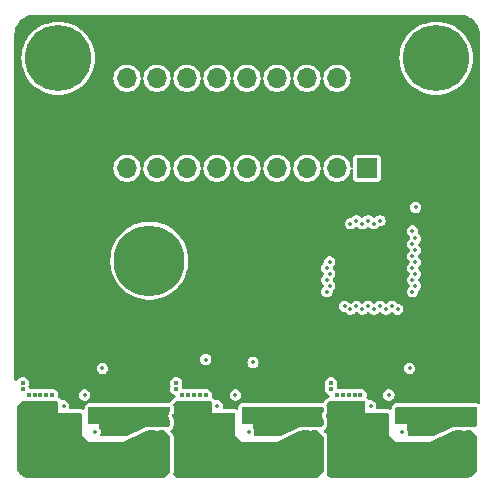
<source format=gbl>
G04 #@! TF.GenerationSoftware,KiCad,Pcbnew,8.0.5*
G04 #@! TF.CreationDate,2024-10-07T10:05:32-05:00*
G04 #@! TF.ProjectId,DRV8323_BreakoutBoard,44525638-3332-4335-9f42-7265616b6f75,rev?*
G04 #@! TF.SameCoordinates,Original*
G04 #@! TF.FileFunction,Copper,L4,Bot*
G04 #@! TF.FilePolarity,Positive*
%FSLAX46Y46*%
G04 Gerber Fmt 4.6, Leading zero omitted, Abs format (unit mm)*
G04 Created by KiCad (PCBNEW 8.0.5) date 2024-10-07 10:05:32*
%MOMM*%
%LPD*%
G01*
G04 APERTURE LIST*
G04 Aperture macros list*
%AMRoundRect*
0 Rectangle with rounded corners*
0 $1 Rounding radius*
0 $2 $3 $4 $5 $6 $7 $8 $9 X,Y pos of 4 corners*
0 Add a 4 corners polygon primitive as box body*
4,1,4,$2,$3,$4,$5,$6,$7,$8,$9,$2,$3,0*
0 Add four circle primitives for the rounded corners*
1,1,$1+$1,$2,$3*
1,1,$1+$1,$4,$5*
1,1,$1+$1,$6,$7*
1,1,$1+$1,$8,$9*
0 Add four rect primitives between the rounded corners*
20,1,$1+$1,$2,$3,$4,$5,0*
20,1,$1+$1,$4,$5,$6,$7,0*
20,1,$1+$1,$6,$7,$8,$9,0*
20,1,$1+$1,$8,$9,$2,$3,0*%
G04 Aperture macros list end*
G04 #@! TA.AperFunction,ComponentPad*
%ADD10C,5.600000*%
G04 #@! TD*
G04 #@! TA.AperFunction,ComponentPad*
%ADD11R,1.700000X1.700000*%
G04 #@! TD*
G04 #@! TA.AperFunction,ComponentPad*
%ADD12O,1.700000X1.700000*%
G04 #@! TD*
G04 #@! TA.AperFunction,ComponentPad*
%ADD13RoundRect,0.250002X-1.699998X-1.699998X1.699998X-1.699998X1.699998X1.699998X-1.699998X1.699998X0*%
G04 #@! TD*
G04 #@! TA.AperFunction,ComponentPad*
%ADD14RoundRect,1.500000X-1.500000X-1.500000X1.500000X-1.500000X1.500000X1.500000X-1.500000X1.500000X0*%
G04 #@! TD*
G04 #@! TA.AperFunction,ComponentPad*
%ADD15C,6.000000*%
G04 #@! TD*
G04 #@! TA.AperFunction,ViaPad*
%ADD16C,0.350000*%
G04 #@! TD*
G04 #@! TA.AperFunction,ViaPad*
%ADD17C,0.450000*%
G04 #@! TD*
G04 APERTURE END LIST*
D10*
X84000000Y-55500000D03*
D11*
X78149998Y-57189998D03*
D12*
X75609998Y-57189998D03*
X73069998Y-57189999D03*
X70529998Y-57189998D03*
X67989998Y-57189998D03*
X65449998Y-57189998D03*
X62909997Y-57189997D03*
X60369998Y-57189999D03*
X57829999Y-57189999D03*
D11*
X78149998Y-64809999D03*
D12*
X75609998Y-64809999D03*
X73069998Y-64810000D03*
X70529998Y-64809999D03*
X67989998Y-64809999D03*
X65449998Y-64809999D03*
X62909997Y-64809998D03*
X60369998Y-64810000D03*
X57829999Y-64810000D03*
D10*
X52000000Y-55500000D03*
D13*
X77500000Y-88000000D03*
X64500000Y-88000000D03*
D14*
X52525000Y-72625000D03*
D15*
X59725000Y-72625000D03*
D13*
X51500000Y-88000000D03*
D16*
X82250000Y-73750000D03*
X82275000Y-68125000D03*
X75000000Y-73750000D03*
D17*
X59625000Y-87250000D03*
X55125000Y-90750000D03*
X49625000Y-85000000D03*
X49125000Y-85250000D03*
X61250000Y-88125000D03*
X48875000Y-85750000D03*
X59625000Y-90750000D03*
X56125000Y-90750000D03*
X61250000Y-89750000D03*
X60750000Y-87250000D03*
X58500000Y-90750000D03*
X60750000Y-90625000D03*
X57125000Y-90750000D03*
X58500000Y-87750000D03*
X75100000Y-83000000D03*
X77600000Y-84000000D03*
X49000000Y-83000000D03*
X75600000Y-84000000D03*
X62000000Y-83000000D03*
X49500000Y-84000000D03*
X63500000Y-84000000D03*
X76100000Y-84000000D03*
X49000000Y-83500000D03*
X62500000Y-84000000D03*
X63000000Y-84000000D03*
X64000000Y-84000000D03*
X76600000Y-84000000D03*
X50000000Y-84000000D03*
X51000000Y-84000000D03*
X62000000Y-83500000D03*
X51500000Y-84000000D03*
X64500000Y-84000000D03*
X50500000Y-84000000D03*
X75100000Y-83500000D03*
X77100000Y-84000000D03*
X84500000Y-83500000D03*
X82000000Y-83500000D03*
X56000000Y-83500000D03*
X83000000Y-83500000D03*
X68500000Y-83500000D03*
D16*
X78500000Y-74000000D03*
D17*
X82500000Y-83500000D03*
X87000000Y-84500000D03*
X57500000Y-83500000D03*
X56500000Y-83500000D03*
D16*
X77500000Y-74000000D03*
D17*
X68000000Y-84500000D03*
X70000000Y-83500000D03*
X60000000Y-83500000D03*
X74000000Y-84500000D03*
D16*
X77500000Y-72000000D03*
X78500000Y-73000000D03*
D17*
X87000000Y-83500000D03*
X70500000Y-83500000D03*
X59000000Y-83500000D03*
X55500000Y-83500000D03*
X72000000Y-83500000D03*
X86500000Y-83500000D03*
X57000000Y-83500000D03*
X83500000Y-83500000D03*
X69000000Y-83500000D03*
X72500000Y-83500000D03*
D16*
X77500000Y-73000000D03*
D17*
X85000000Y-83500000D03*
X71500000Y-83500000D03*
X61000000Y-83500000D03*
D16*
X78500000Y-72000000D03*
X80249999Y-69250000D03*
D17*
X87000000Y-84000000D03*
X73000000Y-83500000D03*
X69500000Y-83500000D03*
X55000000Y-84500000D03*
X85500000Y-83500000D03*
X86000000Y-83500000D03*
X61000000Y-84000000D03*
X55000000Y-84000000D03*
X74000000Y-84000000D03*
X61000000Y-84500000D03*
X71000000Y-83500000D03*
X60500000Y-83500000D03*
X81500000Y-83500000D03*
X59500000Y-83500000D03*
X81000000Y-84000000D03*
X84000000Y-83500000D03*
D16*
X80725000Y-68125000D03*
D17*
X74000000Y-83500000D03*
X58000000Y-83500000D03*
X81000000Y-84500000D03*
D16*
X73120000Y-72400000D03*
D17*
X73500000Y-83500000D03*
X58500000Y-83500000D03*
D16*
X79500000Y-74000000D03*
D17*
X68000000Y-84000000D03*
X62625000Y-85000000D03*
D16*
X77749999Y-76750000D03*
D17*
X74250000Y-89750000D03*
X74250000Y-88125000D03*
X72625000Y-87250000D03*
X71500000Y-90750000D03*
X68125000Y-90750000D03*
X61875000Y-85750000D03*
X71500000Y-87750000D03*
X62125000Y-85250000D03*
X72625000Y-90750000D03*
X69125000Y-90750000D03*
X73750000Y-90625000D03*
X70125000Y-90750000D03*
X73750000Y-87250000D03*
X83125000Y-90750000D03*
X85625000Y-87250000D03*
X81125000Y-90750000D03*
X74875000Y-85750000D03*
X86750000Y-90625000D03*
X85625000Y-90750000D03*
X86750000Y-87250000D03*
X82125000Y-90750000D03*
D16*
X79250000Y-76500000D03*
D17*
X75125000Y-85250000D03*
X87250000Y-88125000D03*
X75625000Y-85000000D03*
X84500000Y-87750000D03*
X84500000Y-90750000D03*
X87250000Y-89750000D03*
D16*
X82000000Y-74250000D03*
X64500000Y-81000000D03*
X75000000Y-72750000D03*
X52470000Y-84940000D03*
X74750000Y-73250000D03*
X55750000Y-81750000D03*
X75000000Y-74750000D03*
X74750000Y-74250000D03*
X55140002Y-87150000D03*
X78250000Y-76500000D03*
X65470000Y-84940000D03*
X76750000Y-76750000D03*
X68500000Y-81250000D03*
X77250000Y-76500000D03*
X68140002Y-87150000D03*
X78469999Y-84940000D03*
X78750000Y-76750000D03*
X79750000Y-76750000D03*
X81140002Y-87150000D03*
X80250000Y-76500000D03*
X81750000Y-81750000D03*
X82250000Y-72750000D03*
X82000000Y-73250000D03*
X82250000Y-74750000D03*
X79249998Y-69250000D03*
X77750000Y-69500000D03*
X82250000Y-71750000D03*
X82000000Y-75250000D03*
X78250000Y-69250000D03*
X82000000Y-72250000D03*
X82000000Y-70125000D03*
X76750000Y-69500000D03*
X82000000Y-71249998D03*
X77250000Y-69250000D03*
X82250000Y-70750000D03*
X78750000Y-69500000D03*
X74750000Y-75250000D03*
X54250000Y-84000000D03*
X67000000Y-84000000D03*
X76250000Y-76500000D03*
X80000000Y-84000000D03*
X80750001Y-76749999D03*
D17*
X59500000Y-86500000D03*
X59500000Y-85250000D03*
X55000000Y-85500000D03*
X61250000Y-85250000D03*
X60375000Y-86500000D03*
X55000000Y-86000000D03*
X61250000Y-86500000D03*
X58000000Y-86000000D03*
X60375000Y-85250000D03*
X58000000Y-85500000D03*
X73375000Y-85250000D03*
X68000000Y-86000000D03*
X71000000Y-86000000D03*
X74250000Y-85250000D03*
X72500000Y-86500000D03*
X73375000Y-86500000D03*
X72500000Y-85250000D03*
X74250000Y-86500000D03*
X68000000Y-85500000D03*
X71000000Y-85500000D03*
X85500000Y-86500000D03*
X87250000Y-86500000D03*
X86375000Y-86500000D03*
X87250000Y-85250000D03*
X84000000Y-85500000D03*
X86375000Y-85250000D03*
X81000000Y-85500000D03*
X85500000Y-85250000D03*
X84000000Y-86000000D03*
X81000000Y-86000000D03*
G04 #@! TA.AperFunction,Conductor*
G36*
X54856695Y-85009438D02*
G01*
X54862817Y-85011974D01*
X54984039Y-85027933D01*
X54999999Y-85030035D01*
X55000000Y-85030035D01*
X55000001Y-85030035D01*
X55012947Y-85028330D01*
X55137183Y-85011974D01*
X55143304Y-85009438D01*
X55190755Y-85000000D01*
X60809245Y-85000000D01*
X60856695Y-85009438D01*
X60862817Y-85011974D01*
X60984039Y-85027933D01*
X60999999Y-85030035D01*
X61000000Y-85030035D01*
X61000001Y-85030035D01*
X61012947Y-85028330D01*
X61137183Y-85011974D01*
X61143304Y-85009438D01*
X61190755Y-85000000D01*
X61376000Y-85000000D01*
X61443039Y-85019685D01*
X61488794Y-85072489D01*
X61500000Y-85124000D01*
X61500000Y-85333388D01*
X61480315Y-85400427D01*
X61474376Y-85408874D01*
X61415976Y-85484982D01*
X61415974Y-85484984D01*
X61363027Y-85612813D01*
X61363026Y-85612818D01*
X61344965Y-85749999D01*
X61344965Y-85750000D01*
X61363026Y-85887181D01*
X61363027Y-85887186D01*
X61415974Y-86015015D01*
X61415975Y-86015017D01*
X61415976Y-86015018D01*
X61474376Y-86091125D01*
X61499570Y-86156291D01*
X61500000Y-86166610D01*
X61500000Y-86448637D01*
X61480315Y-86515676D01*
X61463681Y-86536318D01*
X61279213Y-86720785D01*
X61217890Y-86754270D01*
X61148198Y-86749286D01*
X61135330Y-86743636D01*
X61128360Y-86740092D01*
X61101749Y-86726561D01*
X61101746Y-86726560D01*
X61101748Y-86726560D01*
X61034716Y-86706877D01*
X61034710Y-86706876D01*
X60948638Y-86694500D01*
X60565755Y-86694500D01*
X60561902Y-86694879D01*
X60506174Y-86700366D01*
X60506164Y-86700368D01*
X60506159Y-86700368D01*
X60506158Y-86700369D01*
X60473443Y-86706876D01*
X60458702Y-86709808D01*
X60456579Y-86710340D01*
X60442651Y-86712991D01*
X60391185Y-86719767D01*
X60358815Y-86719767D01*
X60307351Y-86712992D01*
X60293416Y-86710339D01*
X60291313Y-86709812D01*
X60276552Y-86706876D01*
X60243843Y-86700370D01*
X60243839Y-86700369D01*
X60243831Y-86700368D01*
X60195806Y-86695638D01*
X60184245Y-86694500D01*
X59690755Y-86694500D01*
X59686902Y-86694879D01*
X59631174Y-86700366D01*
X59631164Y-86700368D01*
X59631159Y-86700368D01*
X59631158Y-86700369D01*
X59615187Y-86703545D01*
X59583690Y-86709810D01*
X59581585Y-86710338D01*
X59567652Y-86712991D01*
X59468555Y-86726038D01*
X59456012Y-86727045D01*
X59433137Y-86727717D01*
X59433131Y-86727717D01*
X59433130Y-86727718D01*
X59364368Y-86740092D01*
X59364367Y-86740092D01*
X59364363Y-86740093D01*
X59281847Y-86767516D01*
X57843064Y-87486909D01*
X57787609Y-87500000D01*
X55695849Y-87500000D01*
X55628810Y-87480315D01*
X55583055Y-87427511D01*
X55573111Y-87358353D01*
X55583055Y-87324488D01*
X55600933Y-87285342D01*
X55620392Y-87150000D01*
X55600933Y-87014658D01*
X55588679Y-86987827D01*
X55544134Y-86890285D01*
X55544129Y-86890277D01*
X55530285Y-86874300D01*
X55501262Y-86810744D01*
X55500000Y-86793100D01*
X55500000Y-86500000D01*
X54674000Y-86500000D01*
X54606961Y-86480315D01*
X54561206Y-86427511D01*
X54550000Y-86376000D01*
X54550000Y-85124000D01*
X54569685Y-85056961D01*
X54622489Y-85011206D01*
X54674000Y-85000000D01*
X54809245Y-85000000D01*
X54856695Y-85009438D01*
G37*
G04 #@! TD.AperFunction*
G04 #@! TA.AperFunction,Conductor*
G36*
X67856695Y-85009438D02*
G01*
X67862817Y-85011974D01*
X67984039Y-85027933D01*
X67999999Y-85030035D01*
X68000000Y-85030035D01*
X68000001Y-85030035D01*
X68012947Y-85028330D01*
X68137183Y-85011974D01*
X68143304Y-85009438D01*
X68190755Y-85000000D01*
X73809245Y-85000000D01*
X73856695Y-85009438D01*
X73862817Y-85011974D01*
X73984039Y-85027933D01*
X73999999Y-85030035D01*
X74000000Y-85030035D01*
X74000001Y-85030035D01*
X74012947Y-85028330D01*
X74137183Y-85011974D01*
X74143304Y-85009438D01*
X74190755Y-85000000D01*
X74376000Y-85000000D01*
X74443039Y-85019685D01*
X74488794Y-85072489D01*
X74500000Y-85124000D01*
X74500000Y-85333388D01*
X74480315Y-85400427D01*
X74474376Y-85408874D01*
X74415976Y-85484982D01*
X74415974Y-85484984D01*
X74363027Y-85612813D01*
X74363026Y-85612818D01*
X74344965Y-85749999D01*
X74344965Y-85750000D01*
X74363026Y-85887181D01*
X74363027Y-85887186D01*
X74415974Y-86015015D01*
X74415975Y-86015017D01*
X74415976Y-86015018D01*
X74474376Y-86091125D01*
X74499570Y-86156291D01*
X74500000Y-86166610D01*
X74500000Y-86448637D01*
X74480315Y-86515676D01*
X74463681Y-86536318D01*
X74279213Y-86720785D01*
X74217890Y-86754270D01*
X74148198Y-86749286D01*
X74135330Y-86743636D01*
X74128360Y-86740092D01*
X74101749Y-86726561D01*
X74101746Y-86726560D01*
X74101748Y-86726560D01*
X74034716Y-86706877D01*
X74034710Y-86706876D01*
X73948638Y-86694500D01*
X73565755Y-86694500D01*
X73561902Y-86694879D01*
X73506174Y-86700366D01*
X73506164Y-86700368D01*
X73506159Y-86700368D01*
X73506158Y-86700369D01*
X73473443Y-86706876D01*
X73458702Y-86709808D01*
X73456579Y-86710340D01*
X73442651Y-86712991D01*
X73391185Y-86719767D01*
X73358815Y-86719767D01*
X73307351Y-86712992D01*
X73293416Y-86710339D01*
X73291313Y-86709812D01*
X73276552Y-86706876D01*
X73243843Y-86700370D01*
X73243839Y-86700369D01*
X73243831Y-86700368D01*
X73195806Y-86695638D01*
X73184245Y-86694500D01*
X72690755Y-86694500D01*
X72686902Y-86694879D01*
X72631174Y-86700366D01*
X72631164Y-86700368D01*
X72631159Y-86700368D01*
X72631158Y-86700369D01*
X72615187Y-86703545D01*
X72583690Y-86709810D01*
X72581585Y-86710338D01*
X72567652Y-86712991D01*
X72468555Y-86726038D01*
X72456012Y-86727045D01*
X72433137Y-86727717D01*
X72433131Y-86727717D01*
X72433130Y-86727718D01*
X72364368Y-86740092D01*
X72364367Y-86740092D01*
X72364363Y-86740093D01*
X72281847Y-86767516D01*
X70843064Y-87486909D01*
X70787609Y-87500000D01*
X68695849Y-87500000D01*
X68628810Y-87480315D01*
X68583055Y-87427511D01*
X68573111Y-87358353D01*
X68583055Y-87324488D01*
X68600933Y-87285342D01*
X68620392Y-87150000D01*
X68600933Y-87014658D01*
X68575978Y-86960015D01*
X68544134Y-86890285D01*
X68544129Y-86890277D01*
X68530285Y-86874300D01*
X68501262Y-86810744D01*
X68500000Y-86793100D01*
X68500000Y-86500000D01*
X67674000Y-86500000D01*
X67606961Y-86480315D01*
X67561206Y-86427511D01*
X67550000Y-86376000D01*
X67550000Y-85124000D01*
X67569685Y-85056961D01*
X67622489Y-85011206D01*
X67674000Y-85000000D01*
X67809245Y-85000000D01*
X67856695Y-85009438D01*
G37*
G04 #@! TD.AperFunction*
G04 #@! TA.AperFunction,Conductor*
G36*
X80856695Y-85009438D02*
G01*
X80862817Y-85011974D01*
X80984039Y-85027933D01*
X80999999Y-85030035D01*
X81000000Y-85030035D01*
X81000001Y-85030035D01*
X81012947Y-85028330D01*
X81137183Y-85011974D01*
X81143304Y-85009438D01*
X81190755Y-85000000D01*
X86809245Y-85000000D01*
X86856695Y-85009438D01*
X86862817Y-85011974D01*
X86984039Y-85027933D01*
X86999999Y-85030035D01*
X87000000Y-85030035D01*
X87000001Y-85030035D01*
X87012947Y-85028330D01*
X87137183Y-85011974D01*
X87143304Y-85009438D01*
X87190755Y-85000000D01*
X87376000Y-85000000D01*
X87443039Y-85019685D01*
X87488794Y-85072489D01*
X87500000Y-85124000D01*
X87500000Y-86448637D01*
X87480315Y-86515676D01*
X87463681Y-86536318D01*
X87279213Y-86720785D01*
X87217890Y-86754270D01*
X87148198Y-86749286D01*
X87135330Y-86743636D01*
X87128360Y-86740092D01*
X87101749Y-86726561D01*
X87101746Y-86726560D01*
X87101748Y-86726560D01*
X87034716Y-86706877D01*
X87034710Y-86706876D01*
X86948638Y-86694500D01*
X86565755Y-86694500D01*
X86561902Y-86694879D01*
X86506174Y-86700366D01*
X86506164Y-86700368D01*
X86506159Y-86700368D01*
X86506158Y-86700369D01*
X86473443Y-86706876D01*
X86458702Y-86709808D01*
X86456579Y-86710340D01*
X86442651Y-86712991D01*
X86391185Y-86719767D01*
X86358815Y-86719767D01*
X86307351Y-86712992D01*
X86293416Y-86710339D01*
X86291313Y-86709812D01*
X86276552Y-86706876D01*
X86243843Y-86700370D01*
X86243839Y-86700369D01*
X86243831Y-86700368D01*
X86195806Y-86695638D01*
X86184245Y-86694500D01*
X85690755Y-86694500D01*
X85686902Y-86694879D01*
X85631174Y-86700366D01*
X85631164Y-86700368D01*
X85631159Y-86700368D01*
X85631158Y-86700369D01*
X85615187Y-86703545D01*
X85583690Y-86709810D01*
X85581585Y-86710338D01*
X85567652Y-86712991D01*
X85468555Y-86726038D01*
X85456012Y-86727045D01*
X85433137Y-86727717D01*
X85433131Y-86727717D01*
X85433130Y-86727718D01*
X85364368Y-86740092D01*
X85364367Y-86740092D01*
X85364363Y-86740093D01*
X85281847Y-86767516D01*
X83843064Y-87486909D01*
X83787609Y-87500000D01*
X81695849Y-87500000D01*
X81628810Y-87480315D01*
X81583055Y-87427511D01*
X81573111Y-87358353D01*
X81583055Y-87324488D01*
X81600933Y-87285342D01*
X81620392Y-87150000D01*
X81600933Y-87014658D01*
X81575978Y-86960015D01*
X81544134Y-86890285D01*
X81544129Y-86890277D01*
X81530285Y-86874300D01*
X81501262Y-86810744D01*
X81500000Y-86793100D01*
X81500000Y-86500000D01*
X80674000Y-86500000D01*
X80606961Y-86480315D01*
X80561206Y-86427511D01*
X80550000Y-86376000D01*
X80550000Y-85124000D01*
X80569685Y-85056961D01*
X80622489Y-85011206D01*
X80674000Y-85000000D01*
X80809245Y-85000000D01*
X80856695Y-85009438D01*
G37*
G04 #@! TD.AperFunction*
G04 #@! TA.AperFunction,Conductor*
G36*
X62356695Y-84509438D02*
G01*
X62362817Y-84511974D01*
X62484039Y-84527933D01*
X62499999Y-84530035D01*
X62500000Y-84530035D01*
X62500001Y-84530035D01*
X62512947Y-84528330D01*
X62637183Y-84511974D01*
X62643304Y-84509438D01*
X62690755Y-84500000D01*
X62809245Y-84500000D01*
X62856695Y-84509438D01*
X62862817Y-84511974D01*
X62984039Y-84527933D01*
X62999999Y-84530035D01*
X63000000Y-84530035D01*
X63000001Y-84530035D01*
X63012947Y-84528330D01*
X63137183Y-84511974D01*
X63143304Y-84509438D01*
X63190755Y-84500000D01*
X63309245Y-84500000D01*
X63356695Y-84509438D01*
X63362817Y-84511974D01*
X63484039Y-84527933D01*
X63499999Y-84530035D01*
X63500000Y-84530035D01*
X63500001Y-84530035D01*
X63512947Y-84528330D01*
X63637183Y-84511974D01*
X63643304Y-84509438D01*
X63690755Y-84500000D01*
X63809245Y-84500000D01*
X63856695Y-84509438D01*
X63862817Y-84511974D01*
X63984039Y-84527933D01*
X63999999Y-84530035D01*
X64000000Y-84530035D01*
X64000001Y-84530035D01*
X64012947Y-84528330D01*
X64137183Y-84511974D01*
X64143304Y-84509438D01*
X64190755Y-84500000D01*
X64309245Y-84500000D01*
X64356695Y-84509438D01*
X64362817Y-84511974D01*
X64484039Y-84527933D01*
X64499999Y-84530035D01*
X64500000Y-84530035D01*
X64500001Y-84530035D01*
X64512947Y-84528330D01*
X64637183Y-84511974D01*
X64643304Y-84509438D01*
X64690755Y-84500000D01*
X64876000Y-84500000D01*
X64943039Y-84519685D01*
X64988794Y-84572489D01*
X65000000Y-84624000D01*
X65000000Y-84858865D01*
X64998738Y-84876511D01*
X64995605Y-84898304D01*
X64989610Y-84940000D01*
X64996077Y-84984983D01*
X64998738Y-85003486D01*
X65000000Y-85021133D01*
X65000000Y-85500000D01*
X66876000Y-85500000D01*
X66943039Y-85519685D01*
X66988794Y-85572489D01*
X67000000Y-85624000D01*
X67000000Y-87500000D01*
X67600000Y-88000000D01*
X70500000Y-88000000D01*
X72418475Y-87040762D01*
X72487237Y-87028388D01*
X72490065Y-87028727D01*
X72500000Y-87030035D01*
X72637183Y-87011974D01*
X72643304Y-87009438D01*
X72690755Y-87000000D01*
X73184245Y-87000000D01*
X73231695Y-87009438D01*
X73237817Y-87011974D01*
X73359039Y-87027933D01*
X73374999Y-87030035D01*
X73375000Y-87030035D01*
X73375001Y-87030035D01*
X73387947Y-87028330D01*
X73512183Y-87011974D01*
X73518304Y-87009438D01*
X73565755Y-87000000D01*
X73948638Y-87000000D01*
X74015677Y-87019685D01*
X74036319Y-87036319D01*
X74463681Y-87463681D01*
X74497166Y-87525004D01*
X74500000Y-87551362D01*
X74500000Y-90448638D01*
X74480315Y-90515677D01*
X74463681Y-90536319D01*
X74036319Y-90963681D01*
X73974996Y-90997166D01*
X73948638Y-91000000D01*
X62051362Y-91000000D01*
X61984323Y-90980315D01*
X61963681Y-90963681D01*
X61779214Y-90779214D01*
X61745729Y-90717891D01*
X61750713Y-90648199D01*
X61756356Y-90635343D01*
X61773439Y-90601749D01*
X61793124Y-90534710D01*
X61805500Y-90448638D01*
X61805500Y-87551362D01*
X61803749Y-87518703D01*
X61800915Y-87492345D01*
X61800080Y-87485340D01*
X61765297Y-87378593D01*
X61765295Y-87378588D01*
X61731810Y-87317266D01*
X61679710Y-87247670D01*
X61679699Y-87247657D01*
X61630725Y-87198683D01*
X61544861Y-87112819D01*
X61511378Y-87051499D01*
X61516362Y-86981807D01*
X61557056Y-86926766D01*
X61624791Y-86874791D01*
X61709024Y-86765018D01*
X61761974Y-86637183D01*
X61761974Y-86637181D01*
X61764078Y-86629333D01*
X61764992Y-86629578D01*
X61771897Y-86607310D01*
X61771321Y-86607082D01*
X61773439Y-86601747D01*
X61778321Y-86585123D01*
X61793124Y-86534709D01*
X61805500Y-86448637D01*
X61805500Y-86166610D01*
X61805235Y-86153891D01*
X61804805Y-86143572D01*
X61784516Y-86046127D01*
X61759322Y-85980961D01*
X61716744Y-85905146D01*
X61692763Y-85873894D01*
X61676580Y-85845863D01*
X61666909Y-85822515D01*
X61658531Y-85791249D01*
X61655231Y-85766178D01*
X61655231Y-85733819D01*
X61658531Y-85708744D01*
X61666907Y-85677487D01*
X61676581Y-85654131D01*
X61692763Y-85626103D01*
X61716745Y-85594851D01*
X61724288Y-85584585D01*
X61730227Y-85576138D01*
X61773439Y-85486499D01*
X61793124Y-85419460D01*
X61805500Y-85333388D01*
X61805500Y-85124000D01*
X61798518Y-85059059D01*
X61787312Y-85007548D01*
X61776354Y-84969342D01*
X61733999Y-84896922D01*
X61717147Y-84829116D01*
X61739629Y-84762962D01*
X61753341Y-84746658D01*
X61963683Y-84536316D01*
X62025004Y-84502834D01*
X62051362Y-84500000D01*
X62309245Y-84500000D01*
X62356695Y-84509438D01*
G37*
G04 #@! TD.AperFunction*
G04 #@! TA.AperFunction,Conductor*
G36*
X75456695Y-84509438D02*
G01*
X75462817Y-84511974D01*
X75584039Y-84527933D01*
X75599999Y-84530035D01*
X75600000Y-84530035D01*
X75600001Y-84530035D01*
X75612947Y-84528330D01*
X75737183Y-84511974D01*
X75743304Y-84509438D01*
X75790755Y-84500000D01*
X75909245Y-84500000D01*
X75956695Y-84509438D01*
X75962817Y-84511974D01*
X76084039Y-84527933D01*
X76099999Y-84530035D01*
X76100000Y-84530035D01*
X76100001Y-84530035D01*
X76112947Y-84528330D01*
X76237183Y-84511974D01*
X76243304Y-84509438D01*
X76290755Y-84500000D01*
X76409245Y-84500000D01*
X76456695Y-84509438D01*
X76462817Y-84511974D01*
X76584039Y-84527933D01*
X76599999Y-84530035D01*
X76600000Y-84530035D01*
X76600001Y-84530035D01*
X76612947Y-84528330D01*
X76737183Y-84511974D01*
X76743304Y-84509438D01*
X76790755Y-84500000D01*
X76909245Y-84500000D01*
X76956695Y-84509438D01*
X76962817Y-84511974D01*
X77084039Y-84527933D01*
X77099999Y-84530035D01*
X77100000Y-84530035D01*
X77100001Y-84530035D01*
X77112947Y-84528330D01*
X77237183Y-84511974D01*
X77243304Y-84509438D01*
X77290755Y-84500000D01*
X77409245Y-84500000D01*
X77456695Y-84509438D01*
X77462817Y-84511974D01*
X77584039Y-84527933D01*
X77599999Y-84530035D01*
X77600000Y-84530035D01*
X77600001Y-84530035D01*
X77612947Y-84528330D01*
X77737183Y-84511974D01*
X77743304Y-84509438D01*
X77790755Y-84500000D01*
X77876000Y-84500000D01*
X77943039Y-84519685D01*
X77988794Y-84572489D01*
X78000000Y-84624000D01*
X78000000Y-84858858D01*
X77998738Y-84876504D01*
X77989609Y-84940000D01*
X77996076Y-84984983D01*
X77998738Y-85003493D01*
X78000000Y-85021140D01*
X78000000Y-85500000D01*
X79876000Y-85500000D01*
X79943039Y-85519685D01*
X79988794Y-85572489D01*
X80000000Y-85624000D01*
X80000000Y-87500000D01*
X80600000Y-88000000D01*
X83500000Y-88000000D01*
X85418475Y-87040762D01*
X85487237Y-87028388D01*
X85490065Y-87028727D01*
X85500000Y-87030035D01*
X85637183Y-87011974D01*
X85643304Y-87009438D01*
X85690755Y-87000000D01*
X86184245Y-87000000D01*
X86231695Y-87009438D01*
X86237817Y-87011974D01*
X86359039Y-87027933D01*
X86374999Y-87030035D01*
X86375000Y-87030035D01*
X86375001Y-87030035D01*
X86387947Y-87028330D01*
X86512183Y-87011974D01*
X86518304Y-87009438D01*
X86565755Y-87000000D01*
X86948638Y-87000000D01*
X87015677Y-87019685D01*
X87036319Y-87036319D01*
X87463681Y-87463681D01*
X87497166Y-87525004D01*
X87500000Y-87551362D01*
X87500000Y-90258444D01*
X87484832Y-90317872D01*
X87433959Y-90411037D01*
X87424394Y-90425919D01*
X87289710Y-90605836D01*
X87278124Y-90619207D01*
X87119207Y-90778124D01*
X87105836Y-90789710D01*
X86925919Y-90924394D01*
X86911037Y-90933958D01*
X86817873Y-90984831D01*
X86758445Y-91000000D01*
X75051362Y-91000000D01*
X74984323Y-90980315D01*
X74963681Y-90963681D01*
X74779214Y-90779214D01*
X74745729Y-90717891D01*
X74750713Y-90648199D01*
X74756356Y-90635343D01*
X74773439Y-90601749D01*
X74793124Y-90534710D01*
X74805500Y-90448638D01*
X74805500Y-87551362D01*
X74803749Y-87518703D01*
X74800915Y-87492345D01*
X74800080Y-87485340D01*
X74765297Y-87378593D01*
X74765295Y-87378588D01*
X74731810Y-87317266D01*
X74679710Y-87247670D01*
X74679699Y-87247657D01*
X74629951Y-87197909D01*
X74544861Y-87112819D01*
X74511378Y-87051499D01*
X74516362Y-86981807D01*
X74557056Y-86926766D01*
X74624791Y-86874791D01*
X74709024Y-86765018D01*
X74761974Y-86637183D01*
X74761974Y-86637181D01*
X74764078Y-86629333D01*
X74764992Y-86629578D01*
X74771897Y-86607310D01*
X74771321Y-86607082D01*
X74773439Y-86601747D01*
X74778321Y-86585123D01*
X74793124Y-86534709D01*
X74805500Y-86448637D01*
X74805500Y-86166610D01*
X74805235Y-86153891D01*
X74804805Y-86143572D01*
X74784516Y-86046127D01*
X74759322Y-85980961D01*
X74716744Y-85905146D01*
X74692763Y-85873894D01*
X74676580Y-85845863D01*
X74666909Y-85822515D01*
X74658531Y-85791249D01*
X74655231Y-85766178D01*
X74655231Y-85733819D01*
X74658531Y-85708744D01*
X74666907Y-85677487D01*
X74670471Y-85668882D01*
X74676581Y-85654131D01*
X74692763Y-85626103D01*
X74716745Y-85594851D01*
X74724288Y-85584585D01*
X74730227Y-85576138D01*
X74773439Y-85486499D01*
X74793124Y-85419460D01*
X74805500Y-85333388D01*
X74805500Y-85124000D01*
X74798518Y-85059059D01*
X74787312Y-85007548D01*
X74776354Y-84969342D01*
X74733999Y-84896922D01*
X74717147Y-84829116D01*
X74739629Y-84762962D01*
X74753341Y-84746658D01*
X74963683Y-84536316D01*
X75025004Y-84502834D01*
X75051362Y-84500000D01*
X75409245Y-84500000D01*
X75456695Y-84509438D01*
G37*
G04 #@! TD.AperFunction*
G04 #@! TA.AperFunction,Conductor*
G36*
X49356695Y-84509438D02*
G01*
X49362817Y-84511974D01*
X49484039Y-84527933D01*
X49499999Y-84530035D01*
X49500000Y-84530035D01*
X49500001Y-84530035D01*
X49512947Y-84528330D01*
X49637183Y-84511974D01*
X49643304Y-84509438D01*
X49690755Y-84500000D01*
X49809245Y-84500000D01*
X49856695Y-84509438D01*
X49862817Y-84511974D01*
X49984039Y-84527933D01*
X49999999Y-84530035D01*
X50000000Y-84530035D01*
X50000001Y-84530035D01*
X50012947Y-84528330D01*
X50137183Y-84511974D01*
X50143304Y-84509438D01*
X50190755Y-84500000D01*
X50309245Y-84500000D01*
X50356695Y-84509438D01*
X50362817Y-84511974D01*
X50484039Y-84527933D01*
X50499999Y-84530035D01*
X50500000Y-84530035D01*
X50500001Y-84530035D01*
X50512947Y-84528330D01*
X50637183Y-84511974D01*
X50643304Y-84509438D01*
X50690755Y-84500000D01*
X50809245Y-84500000D01*
X50856695Y-84509438D01*
X50862817Y-84511974D01*
X50984039Y-84527933D01*
X50999999Y-84530035D01*
X51000000Y-84530035D01*
X51000001Y-84530035D01*
X51012947Y-84528330D01*
X51137183Y-84511974D01*
X51143304Y-84509438D01*
X51190755Y-84500000D01*
X51309245Y-84500000D01*
X51356695Y-84509438D01*
X51362817Y-84511974D01*
X51484039Y-84527933D01*
X51499999Y-84530035D01*
X51500000Y-84530035D01*
X51500001Y-84530035D01*
X51512947Y-84528330D01*
X51637183Y-84511974D01*
X51643304Y-84509438D01*
X51690755Y-84500000D01*
X51876000Y-84500000D01*
X51943039Y-84519685D01*
X51988794Y-84572489D01*
X52000000Y-84624000D01*
X52000000Y-84858865D01*
X51998738Y-84876511D01*
X51989610Y-84940000D01*
X51996077Y-84984983D01*
X51998738Y-85003486D01*
X52000000Y-85021133D01*
X52000000Y-85500000D01*
X53876000Y-85500000D01*
X53943039Y-85519685D01*
X53988794Y-85572489D01*
X54000000Y-85624000D01*
X54000000Y-87500000D01*
X54600000Y-88000000D01*
X57500000Y-88000000D01*
X59418475Y-87040762D01*
X59487237Y-87028388D01*
X59490065Y-87028727D01*
X59500000Y-87030035D01*
X59637183Y-87011974D01*
X59643304Y-87009438D01*
X59690755Y-87000000D01*
X60184245Y-87000000D01*
X60231695Y-87009438D01*
X60237817Y-87011974D01*
X60359039Y-87027933D01*
X60374999Y-87030035D01*
X60375000Y-87030035D01*
X60375001Y-87030035D01*
X60387947Y-87028330D01*
X60512183Y-87011974D01*
X60518304Y-87009438D01*
X60565755Y-87000000D01*
X60948638Y-87000000D01*
X61015677Y-87019685D01*
X61036319Y-87036319D01*
X61463681Y-87463681D01*
X61497166Y-87525004D01*
X61500000Y-87551362D01*
X61500000Y-90448638D01*
X61480315Y-90515677D01*
X61463681Y-90536319D01*
X61036319Y-90963681D01*
X60974996Y-90997166D01*
X60948638Y-91000000D01*
X49241555Y-91000000D01*
X49182129Y-90984832D01*
X49088959Y-90933957D01*
X49074080Y-90924394D01*
X48894163Y-90789710D01*
X48880792Y-90778124D01*
X48721875Y-90619207D01*
X48710289Y-90605836D01*
X48575605Y-90425919D01*
X48566040Y-90411036D01*
X48515168Y-90317871D01*
X48500000Y-90258444D01*
X48500000Y-85051362D01*
X48519685Y-84984323D01*
X48536319Y-84963681D01*
X48963681Y-84536319D01*
X49025004Y-84502834D01*
X49051362Y-84500000D01*
X49309245Y-84500000D01*
X49356695Y-84509438D01*
G37*
G04 #@! TD.AperFunction*
G04 #@! TA.AperFunction,Conductor*
G36*
X86004418Y-51800816D02*
G01*
X86233020Y-51817165D01*
X86250529Y-51819683D01*
X86470144Y-51867458D01*
X86487103Y-51872437D01*
X86697694Y-51950983D01*
X86713777Y-51958327D01*
X86911036Y-52066040D01*
X86925919Y-52075605D01*
X87105836Y-52210289D01*
X87119207Y-52221875D01*
X87278124Y-52380792D01*
X87289710Y-52394163D01*
X87424394Y-52574080D01*
X87433959Y-52588963D01*
X87541669Y-52786217D01*
X87549019Y-52802311D01*
X87627559Y-53012887D01*
X87632543Y-53029862D01*
X87680316Y-53249470D01*
X87682834Y-53266982D01*
X87699184Y-53495581D01*
X87699500Y-53504427D01*
X87699500Y-84611563D01*
X87679815Y-84678602D01*
X87627011Y-84724357D01*
X87557853Y-84734301D01*
X87534629Y-84728113D01*
X87534611Y-84728176D01*
X87532117Y-84727443D01*
X87529735Y-84726809D01*
X87529108Y-84726560D01*
X87462078Y-84706877D01*
X87462072Y-84706876D01*
X87376000Y-84694500D01*
X87190755Y-84694500D01*
X87186902Y-84694879D01*
X87131174Y-84700366D01*
X87131164Y-84700368D01*
X87131159Y-84700368D01*
X87131158Y-84700369D01*
X87116397Y-84703305D01*
X87083702Y-84709808D01*
X87081579Y-84710340D01*
X87067651Y-84712991D01*
X87016185Y-84719767D01*
X86983815Y-84719767D01*
X86932351Y-84712992D01*
X86918416Y-84710339D01*
X86916313Y-84709812D01*
X86901552Y-84706876D01*
X86868843Y-84700370D01*
X86868839Y-84700369D01*
X86868831Y-84700368D01*
X86820806Y-84695638D01*
X86809245Y-84694500D01*
X81190755Y-84694500D01*
X81186902Y-84694879D01*
X81131174Y-84700366D01*
X81131164Y-84700368D01*
X81131159Y-84700368D01*
X81131158Y-84700369D01*
X81116397Y-84703305D01*
X81083702Y-84709808D01*
X81081579Y-84710340D01*
X81067651Y-84712991D01*
X81016185Y-84719767D01*
X80983815Y-84719767D01*
X80932351Y-84712992D01*
X80918416Y-84710339D01*
X80916313Y-84709812D01*
X80901552Y-84706876D01*
X80868843Y-84700370D01*
X80868839Y-84700369D01*
X80868831Y-84700368D01*
X80820806Y-84695638D01*
X80809245Y-84694500D01*
X80674000Y-84694500D01*
X80673991Y-84694500D01*
X80673990Y-84694501D01*
X80609064Y-84701481D01*
X80609052Y-84701483D01*
X80557546Y-84712688D01*
X80519345Y-84723644D01*
X80519341Y-84723646D01*
X80422431Y-84780323D01*
X80422428Y-84780325D01*
X80369623Y-84826081D01*
X80369612Y-84826091D01*
X80327451Y-84870807D01*
X80327445Y-84870816D01*
X80276560Y-84970890D01*
X80256877Y-85037921D01*
X80244500Y-85124002D01*
X80244500Y-85133920D01*
X80224815Y-85200959D01*
X80172011Y-85246714D01*
X80102853Y-85256658D01*
X80064300Y-85244453D01*
X80029109Y-85226560D01*
X80029110Y-85226560D01*
X79962078Y-85206877D01*
X79962072Y-85206876D01*
X79876000Y-85194500D01*
X79875997Y-85194500D01*
X79056901Y-85194500D01*
X78989862Y-85174815D01*
X78944107Y-85122011D01*
X78934163Y-85052853D01*
X78936310Y-85037921D01*
X78950389Y-84940000D01*
X78930930Y-84804658D01*
X78895667Y-84727443D01*
X78874131Y-84680285D01*
X78874126Y-84680278D01*
X78784589Y-84576946D01*
X78784585Y-84576942D01*
X78669558Y-84503021D01*
X78538367Y-84464500D01*
X78538366Y-84464500D01*
X78401632Y-84464500D01*
X78401630Y-84464500D01*
X78385323Y-84469288D01*
X78315453Y-84469288D01*
X78256675Y-84431513D01*
X78243351Y-84412912D01*
X78219676Y-84372431D01*
X78219674Y-84372428D01*
X78211552Y-84363055D01*
X78173920Y-84319625D01*
X78173918Y-84319623D01*
X78173908Y-84319612D01*
X78137247Y-84285046D01*
X78101974Y-84224734D01*
X78104908Y-84154926D01*
X78107745Y-84147390D01*
X78111974Y-84137183D01*
X78130035Y-84000000D01*
X79519610Y-84000000D01*
X79539068Y-84135337D01*
X79539070Y-84135345D01*
X79595867Y-84259714D01*
X79595872Y-84259721D01*
X79685409Y-84363053D01*
X79685413Y-84363057D01*
X79745979Y-84401979D01*
X79800439Y-84436978D01*
X79866036Y-84456239D01*
X79931632Y-84475500D01*
X79931633Y-84475500D01*
X80068367Y-84475500D01*
X80199561Y-84436978D01*
X80314589Y-84363055D01*
X80404130Y-84259718D01*
X80460931Y-84135342D01*
X80480390Y-84000000D01*
X80460931Y-83864658D01*
X80415426Y-83765016D01*
X80404132Y-83740285D01*
X80404127Y-83740278D01*
X80314590Y-83636946D01*
X80314586Y-83636942D01*
X80199559Y-83563021D01*
X80068368Y-83524500D01*
X80068367Y-83524500D01*
X79931633Y-83524500D01*
X79931632Y-83524500D01*
X79800440Y-83563021D01*
X79685413Y-83636942D01*
X79685409Y-83636946D01*
X79595872Y-83740278D01*
X79595867Y-83740285D01*
X79539070Y-83864654D01*
X79539068Y-83864662D01*
X79519610Y-84000000D01*
X78130035Y-84000000D01*
X78111974Y-83862817D01*
X78059024Y-83734983D01*
X77974791Y-83625209D01*
X77974789Y-83625208D01*
X77974789Y-83625207D01*
X77865015Y-83540974D01*
X77737186Y-83488027D01*
X77737184Y-83488026D01*
X77737183Y-83488026D01*
X77626539Y-83473459D01*
X77600001Y-83469965D01*
X77599999Y-83469965D01*
X77462815Y-83488026D01*
X77397451Y-83515100D01*
X77327981Y-83522567D01*
X77302549Y-83515100D01*
X77237184Y-83488026D01*
X77100001Y-83469965D01*
X77099999Y-83469965D01*
X76962815Y-83488026D01*
X76897451Y-83515100D01*
X76827981Y-83522567D01*
X76802549Y-83515100D01*
X76737184Y-83488026D01*
X76600001Y-83469965D01*
X76599999Y-83469965D01*
X76462815Y-83488026D01*
X76397451Y-83515100D01*
X76327981Y-83522567D01*
X76302549Y-83515100D01*
X76237184Y-83488026D01*
X76100001Y-83469965D01*
X76099999Y-83469965D01*
X75962815Y-83488026D01*
X75897451Y-83515100D01*
X75827981Y-83522567D01*
X75802549Y-83515100D01*
X75737181Y-83488025D01*
X75720869Y-83485877D01*
X75656973Y-83457608D01*
X75618505Y-83399282D01*
X75614122Y-83379137D01*
X75611974Y-83362817D01*
X75584898Y-83297451D01*
X75577430Y-83227983D01*
X75584897Y-83202551D01*
X75611974Y-83137183D01*
X75630035Y-83000000D01*
X75611974Y-82862817D01*
X75559024Y-82734983D01*
X75474791Y-82625209D01*
X75474789Y-82625208D01*
X75474789Y-82625207D01*
X75365015Y-82540974D01*
X75237186Y-82488027D01*
X75237184Y-82488026D01*
X75237183Y-82488026D01*
X75145727Y-82475985D01*
X75100001Y-82469965D01*
X75099999Y-82469965D01*
X75031408Y-82478995D01*
X74962817Y-82488026D01*
X74962816Y-82488026D01*
X74962813Y-82488027D01*
X74834985Y-82540974D01*
X74725209Y-82625209D01*
X74640974Y-82734985D01*
X74588027Y-82862813D01*
X74588026Y-82862818D01*
X74569965Y-82999999D01*
X74569965Y-83000000D01*
X74588026Y-83137184D01*
X74615100Y-83202549D01*
X74622567Y-83272019D01*
X74615100Y-83297451D01*
X74588026Y-83362815D01*
X74571541Y-83488026D01*
X74569965Y-83500000D01*
X74587994Y-83636942D01*
X74588026Y-83637181D01*
X74588027Y-83637186D01*
X74640974Y-83765015D01*
X74640975Y-83765016D01*
X74640976Y-83765018D01*
X74725209Y-83874791D01*
X74834982Y-83959024D01*
X74916562Y-83992815D01*
X74970964Y-84036654D01*
X74993030Y-84102947D01*
X74975752Y-84170647D01*
X74924615Y-84218258D01*
X74907526Y-84225274D01*
X74878597Y-84234700D01*
X74817278Y-84268181D01*
X74747667Y-84320290D01*
X74747653Y-84320302D01*
X74537329Y-84530626D01*
X74519528Y-84550031D01*
X74505843Y-84566302D01*
X74505844Y-84566303D01*
X74505417Y-84566810D01*
X74469146Y-84631293D01*
X74419123Y-84680072D01*
X74361071Y-84694500D01*
X74190755Y-84694500D01*
X74186902Y-84694879D01*
X74131174Y-84700366D01*
X74131164Y-84700368D01*
X74131159Y-84700368D01*
X74131158Y-84700369D01*
X74116397Y-84703305D01*
X74083702Y-84709808D01*
X74081579Y-84710340D01*
X74067651Y-84712991D01*
X74016185Y-84719767D01*
X73983815Y-84719767D01*
X73932351Y-84712992D01*
X73918416Y-84710339D01*
X73916313Y-84709812D01*
X73901552Y-84706876D01*
X73868843Y-84700370D01*
X73868839Y-84700369D01*
X73868831Y-84700368D01*
X73820806Y-84695638D01*
X73809245Y-84694500D01*
X68190755Y-84694500D01*
X68186902Y-84694879D01*
X68131174Y-84700366D01*
X68131164Y-84700368D01*
X68131159Y-84700368D01*
X68131158Y-84700369D01*
X68116397Y-84703305D01*
X68083702Y-84709808D01*
X68081579Y-84710340D01*
X68067651Y-84712991D01*
X68016185Y-84719767D01*
X67983815Y-84719767D01*
X67932351Y-84712992D01*
X67918416Y-84710339D01*
X67916313Y-84709812D01*
X67901552Y-84706876D01*
X67868843Y-84700370D01*
X67868839Y-84700369D01*
X67868831Y-84700368D01*
X67820806Y-84695638D01*
X67809245Y-84694500D01*
X67674000Y-84694500D01*
X67673991Y-84694500D01*
X67673990Y-84694501D01*
X67609064Y-84701481D01*
X67609052Y-84701483D01*
X67557546Y-84712688D01*
X67519345Y-84723644D01*
X67519341Y-84723646D01*
X67422431Y-84780323D01*
X67422428Y-84780325D01*
X67369623Y-84826081D01*
X67369612Y-84826091D01*
X67327451Y-84870807D01*
X67327445Y-84870816D01*
X67276560Y-84970890D01*
X67256877Y-85037921D01*
X67244500Y-85124002D01*
X67244500Y-85133920D01*
X67224815Y-85200959D01*
X67172011Y-85246714D01*
X67102853Y-85256658D01*
X67064300Y-85244453D01*
X67029109Y-85226560D01*
X67029110Y-85226560D01*
X66962078Y-85206877D01*
X66962072Y-85206876D01*
X66876000Y-85194500D01*
X66875997Y-85194500D01*
X66056902Y-85194500D01*
X65989863Y-85174815D01*
X65944108Y-85122011D01*
X65934164Y-85052853D01*
X65936311Y-85037921D01*
X65950390Y-84940000D01*
X65930931Y-84804658D01*
X65895668Y-84727443D01*
X65874132Y-84680285D01*
X65874127Y-84680278D01*
X65784590Y-84576946D01*
X65784586Y-84576942D01*
X65669559Y-84503021D01*
X65538368Y-84464500D01*
X65538367Y-84464500D01*
X65401633Y-84464500D01*
X65385322Y-84469289D01*
X65315452Y-84469287D01*
X65256674Y-84431512D01*
X65243351Y-84412912D01*
X65219676Y-84372431D01*
X65219674Y-84372428D01*
X65211552Y-84363055D01*
X65173920Y-84319625D01*
X65173918Y-84319623D01*
X65173908Y-84319612D01*
X65129192Y-84277451D01*
X65129189Y-84277449D01*
X65129187Y-84277447D01*
X65129182Y-84277444D01*
X65129180Y-84277443D01*
X65080205Y-84252540D01*
X65029369Y-84204608D01*
X65012517Y-84136801D01*
X65013467Y-84125836D01*
X65030035Y-84000000D01*
X66519610Y-84000000D01*
X66539068Y-84135337D01*
X66539070Y-84135345D01*
X66595867Y-84259714D01*
X66595872Y-84259721D01*
X66685409Y-84363053D01*
X66685413Y-84363057D01*
X66745979Y-84401979D01*
X66800439Y-84436978D01*
X66866036Y-84456239D01*
X66931632Y-84475500D01*
X66931633Y-84475500D01*
X67068367Y-84475500D01*
X67199561Y-84436978D01*
X67314589Y-84363055D01*
X67404130Y-84259718D01*
X67460931Y-84135342D01*
X67480390Y-84000000D01*
X67460931Y-83864658D01*
X67415426Y-83765016D01*
X67404132Y-83740285D01*
X67404127Y-83740278D01*
X67314590Y-83636946D01*
X67314586Y-83636942D01*
X67199559Y-83563021D01*
X67068368Y-83524500D01*
X67068367Y-83524500D01*
X66931633Y-83524500D01*
X66931632Y-83524500D01*
X66800440Y-83563021D01*
X66685413Y-83636942D01*
X66685409Y-83636946D01*
X66595872Y-83740278D01*
X66595867Y-83740285D01*
X66539070Y-83864654D01*
X66539068Y-83864662D01*
X66519610Y-84000000D01*
X65030035Y-84000000D01*
X65011974Y-83862817D01*
X64959024Y-83734983D01*
X64874791Y-83625209D01*
X64874789Y-83625208D01*
X64874789Y-83625207D01*
X64765015Y-83540974D01*
X64637186Y-83488027D01*
X64637184Y-83488026D01*
X64637183Y-83488026D01*
X64526539Y-83473459D01*
X64500001Y-83469965D01*
X64499999Y-83469965D01*
X64362815Y-83488026D01*
X64297451Y-83515100D01*
X64227981Y-83522567D01*
X64202549Y-83515100D01*
X64137184Y-83488026D01*
X64000001Y-83469965D01*
X63999999Y-83469965D01*
X63862815Y-83488026D01*
X63797451Y-83515100D01*
X63727981Y-83522567D01*
X63702549Y-83515100D01*
X63637184Y-83488026D01*
X63500001Y-83469965D01*
X63499999Y-83469965D01*
X63362815Y-83488026D01*
X63297451Y-83515100D01*
X63227981Y-83522567D01*
X63202549Y-83515100D01*
X63137184Y-83488026D01*
X63000001Y-83469965D01*
X62999999Y-83469965D01*
X62862815Y-83488026D01*
X62797451Y-83515100D01*
X62727981Y-83522567D01*
X62702549Y-83515100D01*
X62637181Y-83488025D01*
X62620869Y-83485877D01*
X62556973Y-83457608D01*
X62518505Y-83399282D01*
X62514122Y-83379137D01*
X62511974Y-83362817D01*
X62484898Y-83297451D01*
X62477430Y-83227983D01*
X62484897Y-83202551D01*
X62511974Y-83137183D01*
X62530035Y-83000000D01*
X62511974Y-82862817D01*
X62459024Y-82734983D01*
X62374791Y-82625209D01*
X62374789Y-82625208D01*
X62374789Y-82625207D01*
X62265015Y-82540974D01*
X62137186Y-82488027D01*
X62137184Y-82488026D01*
X62137183Y-82488026D01*
X62045727Y-82475985D01*
X62000001Y-82469965D01*
X61999999Y-82469965D01*
X61931408Y-82478995D01*
X61862817Y-82488026D01*
X61862816Y-82488026D01*
X61862813Y-82488027D01*
X61734985Y-82540974D01*
X61625209Y-82625209D01*
X61540974Y-82734985D01*
X61488027Y-82862813D01*
X61488026Y-82862818D01*
X61469965Y-82999999D01*
X61469965Y-83000000D01*
X61488026Y-83137184D01*
X61515100Y-83202549D01*
X61522567Y-83272019D01*
X61515100Y-83297451D01*
X61488026Y-83362815D01*
X61471541Y-83488026D01*
X61469965Y-83500000D01*
X61487994Y-83636942D01*
X61488026Y-83637181D01*
X61488027Y-83637186D01*
X61540974Y-83765015D01*
X61540975Y-83765016D01*
X61540976Y-83765018D01*
X61625209Y-83874791D01*
X61734982Y-83959024D01*
X61862817Y-84011974D01*
X61862822Y-84011974D01*
X61864286Y-84012581D01*
X61918690Y-84056422D01*
X61940756Y-84122715D01*
X61923478Y-84190415D01*
X61876260Y-84235976D01*
X61817278Y-84268181D01*
X61747667Y-84320290D01*
X61747653Y-84320302D01*
X61537329Y-84530626D01*
X61519528Y-84550031D01*
X61505843Y-84566302D01*
X61505844Y-84566303D01*
X61505417Y-84566810D01*
X61469146Y-84631293D01*
X61419123Y-84680072D01*
X61361071Y-84694500D01*
X61190755Y-84694500D01*
X61186902Y-84694879D01*
X61131174Y-84700366D01*
X61131164Y-84700368D01*
X61131159Y-84700368D01*
X61131158Y-84700369D01*
X61116397Y-84703305D01*
X61083702Y-84709808D01*
X61081579Y-84710340D01*
X61067651Y-84712991D01*
X61016185Y-84719767D01*
X60983815Y-84719767D01*
X60932351Y-84712992D01*
X60918416Y-84710339D01*
X60916313Y-84709812D01*
X60901552Y-84706876D01*
X60868843Y-84700370D01*
X60868839Y-84700369D01*
X60868831Y-84700368D01*
X60820806Y-84695638D01*
X60809245Y-84694500D01*
X55190755Y-84694500D01*
X55186902Y-84694879D01*
X55131174Y-84700366D01*
X55131164Y-84700368D01*
X55131159Y-84700368D01*
X55131158Y-84700369D01*
X55116397Y-84703305D01*
X55083702Y-84709808D01*
X55081579Y-84710340D01*
X55067651Y-84712991D01*
X55016185Y-84719767D01*
X54983815Y-84719767D01*
X54932351Y-84712992D01*
X54918416Y-84710339D01*
X54916313Y-84709812D01*
X54901552Y-84706876D01*
X54868843Y-84700370D01*
X54868839Y-84700369D01*
X54868831Y-84700368D01*
X54820806Y-84695638D01*
X54809245Y-84694500D01*
X54674000Y-84694500D01*
X54673991Y-84694500D01*
X54673990Y-84694501D01*
X54609064Y-84701481D01*
X54609052Y-84701483D01*
X54557546Y-84712688D01*
X54519345Y-84723644D01*
X54519341Y-84723646D01*
X54422431Y-84780323D01*
X54422428Y-84780325D01*
X54369623Y-84826081D01*
X54369612Y-84826091D01*
X54327451Y-84870807D01*
X54327445Y-84870816D01*
X54276560Y-84970890D01*
X54256877Y-85037921D01*
X54244500Y-85124002D01*
X54244500Y-85133920D01*
X54224815Y-85200959D01*
X54172011Y-85246714D01*
X54102853Y-85256658D01*
X54064300Y-85244453D01*
X54029109Y-85226560D01*
X54029110Y-85226560D01*
X53962078Y-85206877D01*
X53962072Y-85206876D01*
X53876000Y-85194500D01*
X53875997Y-85194500D01*
X53056902Y-85194500D01*
X52989863Y-85174815D01*
X52944108Y-85122011D01*
X52934164Y-85052853D01*
X52936311Y-85037921D01*
X52950390Y-84940000D01*
X52930931Y-84804658D01*
X52895668Y-84727443D01*
X52874132Y-84680285D01*
X52874127Y-84680278D01*
X52784590Y-84576946D01*
X52784586Y-84576942D01*
X52669559Y-84503021D01*
X52538368Y-84464500D01*
X52538367Y-84464500D01*
X52401633Y-84464500D01*
X52385322Y-84469289D01*
X52315452Y-84469287D01*
X52256674Y-84431512D01*
X52243351Y-84412912D01*
X52219676Y-84372431D01*
X52219674Y-84372428D01*
X52211552Y-84363055D01*
X52173920Y-84319625D01*
X52173918Y-84319623D01*
X52173908Y-84319612D01*
X52129192Y-84277451D01*
X52129189Y-84277449D01*
X52129187Y-84277447D01*
X52129182Y-84277444D01*
X52129180Y-84277443D01*
X52080205Y-84252540D01*
X52029369Y-84204608D01*
X52012517Y-84136801D01*
X52013467Y-84125836D01*
X52030035Y-84000000D01*
X53769610Y-84000000D01*
X53789068Y-84135337D01*
X53789070Y-84135345D01*
X53845867Y-84259714D01*
X53845872Y-84259721D01*
X53935409Y-84363053D01*
X53935413Y-84363057D01*
X53995979Y-84401979D01*
X54050439Y-84436978D01*
X54116036Y-84456239D01*
X54181632Y-84475500D01*
X54181633Y-84475500D01*
X54318367Y-84475500D01*
X54449561Y-84436978D01*
X54564589Y-84363055D01*
X54654130Y-84259718D01*
X54710931Y-84135342D01*
X54730390Y-84000000D01*
X54710931Y-83864658D01*
X54665426Y-83765016D01*
X54654132Y-83740285D01*
X54654127Y-83740278D01*
X54564590Y-83636946D01*
X54564586Y-83636942D01*
X54449559Y-83563021D01*
X54318368Y-83524500D01*
X54318367Y-83524500D01*
X54181633Y-83524500D01*
X54181632Y-83524500D01*
X54050440Y-83563021D01*
X53935413Y-83636942D01*
X53935409Y-83636946D01*
X53845872Y-83740278D01*
X53845867Y-83740285D01*
X53789070Y-83864654D01*
X53789068Y-83864662D01*
X53769610Y-84000000D01*
X52030035Y-84000000D01*
X52011974Y-83862817D01*
X51959024Y-83734983D01*
X51874791Y-83625209D01*
X51874789Y-83625208D01*
X51874789Y-83625207D01*
X51765015Y-83540974D01*
X51637186Y-83488027D01*
X51637184Y-83488026D01*
X51637183Y-83488026D01*
X51526539Y-83473459D01*
X51500001Y-83469965D01*
X51499999Y-83469965D01*
X51362815Y-83488026D01*
X51297451Y-83515100D01*
X51227981Y-83522567D01*
X51202549Y-83515100D01*
X51137184Y-83488026D01*
X51000001Y-83469965D01*
X50999999Y-83469965D01*
X50862815Y-83488026D01*
X50797451Y-83515100D01*
X50727981Y-83522567D01*
X50702549Y-83515100D01*
X50637184Y-83488026D01*
X50500001Y-83469965D01*
X50499999Y-83469965D01*
X50362815Y-83488026D01*
X50297451Y-83515100D01*
X50227981Y-83522567D01*
X50202549Y-83515100D01*
X50137184Y-83488026D01*
X50000001Y-83469965D01*
X49999999Y-83469965D01*
X49862815Y-83488026D01*
X49797451Y-83515100D01*
X49727981Y-83522567D01*
X49702549Y-83515100D01*
X49637181Y-83488025D01*
X49620869Y-83485877D01*
X49556973Y-83457608D01*
X49518505Y-83399282D01*
X49514122Y-83379137D01*
X49511974Y-83362817D01*
X49484898Y-83297451D01*
X49477430Y-83227983D01*
X49484897Y-83202551D01*
X49511974Y-83137183D01*
X49530035Y-83000000D01*
X49511974Y-82862817D01*
X49459024Y-82734983D01*
X49374791Y-82625209D01*
X49374789Y-82625208D01*
X49374789Y-82625207D01*
X49265015Y-82540974D01*
X49137186Y-82488027D01*
X49137184Y-82488026D01*
X49137183Y-82488026D01*
X49045727Y-82475985D01*
X49000001Y-82469965D01*
X48999999Y-82469965D01*
X48931408Y-82478995D01*
X48862817Y-82488026D01*
X48862816Y-82488026D01*
X48862813Y-82488027D01*
X48734985Y-82540974D01*
X48625209Y-82625209D01*
X48540973Y-82734986D01*
X48539060Y-82739607D01*
X48495219Y-82794010D01*
X48428924Y-82816074D01*
X48361225Y-82798794D01*
X48313615Y-82747656D01*
X48300500Y-82692153D01*
X48300500Y-81750000D01*
X55269610Y-81750000D01*
X55289068Y-81885337D01*
X55289070Y-81885345D01*
X55345867Y-82009714D01*
X55345872Y-82009721D01*
X55435409Y-82113053D01*
X55435413Y-82113057D01*
X55495979Y-82151979D01*
X55550439Y-82186978D01*
X55616036Y-82206239D01*
X55681632Y-82225500D01*
X55681633Y-82225500D01*
X55818367Y-82225500D01*
X55949561Y-82186978D01*
X56064589Y-82113055D01*
X56154130Y-82009718D01*
X56210931Y-81885342D01*
X56230390Y-81750000D01*
X81269610Y-81750000D01*
X81289068Y-81885337D01*
X81289070Y-81885345D01*
X81345867Y-82009714D01*
X81345872Y-82009721D01*
X81435409Y-82113053D01*
X81435413Y-82113057D01*
X81495979Y-82151979D01*
X81550439Y-82186978D01*
X81616036Y-82206239D01*
X81681632Y-82225500D01*
X81681633Y-82225500D01*
X81818367Y-82225500D01*
X81949561Y-82186978D01*
X82064589Y-82113055D01*
X82154130Y-82009718D01*
X82210931Y-81885342D01*
X82230390Y-81750000D01*
X82210931Y-81614658D01*
X82163008Y-81509721D01*
X82154132Y-81490285D01*
X82154127Y-81490278D01*
X82064590Y-81386946D01*
X82064586Y-81386942D01*
X81949559Y-81313021D01*
X81818368Y-81274500D01*
X81818367Y-81274500D01*
X81681633Y-81274500D01*
X81681632Y-81274500D01*
X81550440Y-81313021D01*
X81435413Y-81386942D01*
X81435409Y-81386946D01*
X81345872Y-81490278D01*
X81345867Y-81490285D01*
X81289070Y-81614654D01*
X81289068Y-81614662D01*
X81269610Y-81750000D01*
X56230390Y-81750000D01*
X56210931Y-81614658D01*
X56163008Y-81509721D01*
X56154132Y-81490285D01*
X56154127Y-81490278D01*
X56064590Y-81386946D01*
X56064586Y-81386942D01*
X55949559Y-81313021D01*
X55818368Y-81274500D01*
X55818367Y-81274500D01*
X55681633Y-81274500D01*
X55681632Y-81274500D01*
X55550440Y-81313021D01*
X55435413Y-81386942D01*
X55435409Y-81386946D01*
X55345872Y-81490278D01*
X55345867Y-81490285D01*
X55289070Y-81614654D01*
X55289068Y-81614662D01*
X55269610Y-81750000D01*
X48300500Y-81750000D01*
X48300500Y-81000000D01*
X64019610Y-81000000D01*
X64039068Y-81135337D01*
X64039070Y-81135345D01*
X64095867Y-81259714D01*
X64095872Y-81259721D01*
X64185409Y-81363053D01*
X64185413Y-81363057D01*
X64245979Y-81401979D01*
X64300439Y-81436978D01*
X64366036Y-81456239D01*
X64431632Y-81475500D01*
X64431633Y-81475500D01*
X64568367Y-81475500D01*
X64699561Y-81436978D01*
X64814589Y-81363055D01*
X64904130Y-81259718D01*
X64908568Y-81250000D01*
X68019610Y-81250000D01*
X68039068Y-81385337D01*
X68039070Y-81385345D01*
X68095867Y-81509714D01*
X68095872Y-81509721D01*
X68185409Y-81613053D01*
X68185413Y-81613057D01*
X68245979Y-81651979D01*
X68300439Y-81686978D01*
X68366036Y-81706239D01*
X68431632Y-81725500D01*
X68431633Y-81725500D01*
X68568367Y-81725500D01*
X68699561Y-81686978D01*
X68814589Y-81613055D01*
X68904130Y-81509718D01*
X68960931Y-81385342D01*
X68980390Y-81250000D01*
X68960931Y-81114658D01*
X68948677Y-81087827D01*
X68904132Y-80990285D01*
X68904127Y-80990278D01*
X68814590Y-80886946D01*
X68814586Y-80886942D01*
X68699559Y-80813021D01*
X68568368Y-80774500D01*
X68568367Y-80774500D01*
X68431633Y-80774500D01*
X68431632Y-80774500D01*
X68300440Y-80813021D01*
X68185413Y-80886942D01*
X68185409Y-80886946D01*
X68095872Y-80990278D01*
X68095867Y-80990285D01*
X68039070Y-81114654D01*
X68039068Y-81114662D01*
X68019610Y-81250000D01*
X64908568Y-81250000D01*
X64960931Y-81135342D01*
X64980390Y-81000000D01*
X64960931Y-80864658D01*
X64948677Y-80837827D01*
X64904132Y-80740285D01*
X64904127Y-80740278D01*
X64814590Y-80636946D01*
X64814586Y-80636942D01*
X64699559Y-80563021D01*
X64568368Y-80524500D01*
X64568367Y-80524500D01*
X64431633Y-80524500D01*
X64431632Y-80524500D01*
X64300440Y-80563021D01*
X64185413Y-80636942D01*
X64185409Y-80636946D01*
X64095872Y-80740278D01*
X64095867Y-80740285D01*
X64039070Y-80864654D01*
X64039068Y-80864662D01*
X64019610Y-81000000D01*
X48300500Y-81000000D01*
X48300500Y-76500000D01*
X75769610Y-76500000D01*
X75789068Y-76635337D01*
X75789070Y-76635345D01*
X75845867Y-76759714D01*
X75845872Y-76759721D01*
X75935409Y-76863053D01*
X75935413Y-76863057D01*
X75995979Y-76901979D01*
X76050439Y-76936978D01*
X76116036Y-76956239D01*
X76181632Y-76975500D01*
X76259591Y-76975500D01*
X76326630Y-76995185D01*
X76353304Y-77018298D01*
X76435409Y-77113053D01*
X76435413Y-77113057D01*
X76495979Y-77151979D01*
X76550439Y-77186978D01*
X76616036Y-77206239D01*
X76681632Y-77225500D01*
X76681633Y-77225500D01*
X76818367Y-77225500D01*
X76949561Y-77186978D01*
X77064589Y-77113055D01*
X77112331Y-77057956D01*
X77146696Y-77018298D01*
X77205474Y-76980523D01*
X77240409Y-76975500D01*
X77259590Y-76975500D01*
X77326629Y-76995185D01*
X77353303Y-77018298D01*
X77435408Y-77113053D01*
X77435412Y-77113057D01*
X77495978Y-77151979D01*
X77550438Y-77186978D01*
X77616035Y-77206239D01*
X77681631Y-77225500D01*
X77681632Y-77225500D01*
X77818366Y-77225500D01*
X77949560Y-77186978D01*
X78064588Y-77113055D01*
X78112330Y-77057956D01*
X78146695Y-77018298D01*
X78205473Y-76980523D01*
X78240408Y-76975500D01*
X78259591Y-76975500D01*
X78326630Y-76995185D01*
X78353304Y-77018298D01*
X78435409Y-77113053D01*
X78435413Y-77113057D01*
X78495979Y-77151979D01*
X78550439Y-77186978D01*
X78616036Y-77206239D01*
X78681632Y-77225500D01*
X78681633Y-77225500D01*
X78818367Y-77225500D01*
X78949561Y-77186978D01*
X79064589Y-77113055D01*
X79112331Y-77057956D01*
X79146696Y-77018298D01*
X79205474Y-76980523D01*
X79240409Y-76975500D01*
X79259591Y-76975500D01*
X79326630Y-76995185D01*
X79353304Y-77018298D01*
X79435409Y-77113053D01*
X79435413Y-77113057D01*
X79495979Y-77151979D01*
X79550439Y-77186978D01*
X79616036Y-77206239D01*
X79681632Y-77225500D01*
X79681633Y-77225500D01*
X79818367Y-77225500D01*
X79949561Y-77186978D01*
X80064589Y-77113055D01*
X80112331Y-77057956D01*
X80146696Y-77018298D01*
X80205474Y-76980523D01*
X80240409Y-76975500D01*
X80259593Y-76975500D01*
X80326632Y-76995185D01*
X80353306Y-77018298D01*
X80435410Y-77113052D01*
X80435414Y-77113056D01*
X80495980Y-77151978D01*
X80550440Y-77186977D01*
X80616037Y-77206238D01*
X80681633Y-77225499D01*
X80681634Y-77225499D01*
X80818368Y-77225499D01*
X80949562Y-77186977D01*
X81064590Y-77113054D01*
X81154131Y-77009717D01*
X81210932Y-76885341D01*
X81230391Y-76749999D01*
X81210932Y-76614657D01*
X81158570Y-76500000D01*
X81154133Y-76490284D01*
X81154128Y-76490277D01*
X81064591Y-76386945D01*
X81064587Y-76386941D01*
X80949560Y-76313020D01*
X80818369Y-76274499D01*
X80818368Y-76274499D01*
X80740408Y-76274499D01*
X80673369Y-76254814D01*
X80646695Y-76231701D01*
X80564590Y-76136946D01*
X80564586Y-76136942D01*
X80449559Y-76063021D01*
X80318368Y-76024500D01*
X80318367Y-76024500D01*
X80181633Y-76024500D01*
X80181632Y-76024500D01*
X80050440Y-76063021D01*
X79935413Y-76136942D01*
X79935409Y-76136946D01*
X79853304Y-76231702D01*
X79794526Y-76269477D01*
X79759591Y-76274500D01*
X79740409Y-76274500D01*
X79673370Y-76254815D01*
X79646696Y-76231702D01*
X79564590Y-76136946D01*
X79564586Y-76136942D01*
X79449559Y-76063021D01*
X79318368Y-76024500D01*
X79318367Y-76024500D01*
X79181633Y-76024500D01*
X79181632Y-76024500D01*
X79050440Y-76063021D01*
X78935413Y-76136942D01*
X78935409Y-76136946D01*
X78853304Y-76231702D01*
X78794526Y-76269477D01*
X78759591Y-76274500D01*
X78740409Y-76274500D01*
X78673370Y-76254815D01*
X78646696Y-76231702D01*
X78564590Y-76136946D01*
X78564586Y-76136942D01*
X78449559Y-76063021D01*
X78318368Y-76024500D01*
X78318367Y-76024500D01*
X78181633Y-76024500D01*
X78181632Y-76024500D01*
X78050440Y-76063021D01*
X77935413Y-76136942D01*
X77935409Y-76136946D01*
X77853304Y-76231702D01*
X77794526Y-76269477D01*
X77759591Y-76274500D01*
X77740409Y-76274500D01*
X77673370Y-76254815D01*
X77646696Y-76231702D01*
X77564590Y-76136946D01*
X77564586Y-76136942D01*
X77449559Y-76063021D01*
X77318368Y-76024500D01*
X77318367Y-76024500D01*
X77181633Y-76024500D01*
X77181632Y-76024500D01*
X77050440Y-76063021D01*
X76935413Y-76136942D01*
X76935409Y-76136946D01*
X76853304Y-76231702D01*
X76794526Y-76269477D01*
X76759591Y-76274500D01*
X76740409Y-76274500D01*
X76673370Y-76254815D01*
X76646696Y-76231702D01*
X76564590Y-76136946D01*
X76564586Y-76136942D01*
X76449559Y-76063021D01*
X76318368Y-76024500D01*
X76318367Y-76024500D01*
X76181633Y-76024500D01*
X76181632Y-76024500D01*
X76050440Y-76063021D01*
X75935413Y-76136942D01*
X75935409Y-76136946D01*
X75845872Y-76240278D01*
X75845867Y-76240285D01*
X75789070Y-76364654D01*
X75789068Y-76364662D01*
X75769610Y-76500000D01*
X48300500Y-76500000D01*
X48300500Y-72625000D01*
X56419652Y-72625000D01*
X56433767Y-72885345D01*
X56439028Y-72982368D01*
X56439029Y-72982385D01*
X56496926Y-73335539D01*
X56496932Y-73335565D01*
X56592672Y-73680392D01*
X56592674Y-73680399D01*
X56725142Y-74012870D01*
X56725151Y-74012888D01*
X56892784Y-74329077D01*
X56892787Y-74329082D01*
X56892789Y-74329085D01*
X57086409Y-74614654D01*
X57093634Y-74625309D01*
X57093641Y-74625319D01*
X57325331Y-74898085D01*
X57325332Y-74898086D01*
X57585163Y-75144211D01*
X57870081Y-75360800D01*
X58176747Y-75545315D01*
X58176749Y-75545316D01*
X58176751Y-75545317D01*
X58176755Y-75545319D01*
X58482948Y-75686978D01*
X58501565Y-75695591D01*
X58840726Y-75809868D01*
X59190254Y-75886805D01*
X59546052Y-75925500D01*
X59546058Y-75925500D01*
X59903942Y-75925500D01*
X59903948Y-75925500D01*
X60259746Y-75886805D01*
X60609274Y-75809868D01*
X60948435Y-75695591D01*
X61273253Y-75545315D01*
X61579919Y-75360800D01*
X61864837Y-75144211D01*
X62124668Y-74898086D01*
X62356365Y-74625311D01*
X62557211Y-74329085D01*
X62724853Y-74012880D01*
X62857324Y-73680403D01*
X62953071Y-73335552D01*
X62967096Y-73250000D01*
X74269610Y-73250000D01*
X74289068Y-73385337D01*
X74289070Y-73385345D01*
X74345867Y-73509714D01*
X74345872Y-73509721D01*
X74435409Y-73613053D01*
X74435413Y-73613057D01*
X74463471Y-73631088D01*
X74509227Y-73683891D01*
X74517460Y-73741132D01*
X74519610Y-73741132D01*
X74519610Y-73758868D01*
X74517459Y-73758868D01*
X74509224Y-73816115D01*
X74463474Y-73868909D01*
X74435414Y-73886942D01*
X74435409Y-73886946D01*
X74345870Y-73990282D01*
X74345867Y-73990285D01*
X74289070Y-74114654D01*
X74289068Y-74114662D01*
X74269610Y-74250000D01*
X74289068Y-74385337D01*
X74289070Y-74385345D01*
X74345867Y-74509714D01*
X74345872Y-74509721D01*
X74435409Y-74613053D01*
X74435413Y-74613057D01*
X74463471Y-74631088D01*
X74509227Y-74683891D01*
X74517460Y-74741132D01*
X74519610Y-74741132D01*
X74519610Y-74758868D01*
X74517459Y-74758868D01*
X74509224Y-74816115D01*
X74463474Y-74868909D01*
X74435414Y-74886942D01*
X74435409Y-74886946D01*
X74345870Y-74990282D01*
X74345867Y-74990285D01*
X74289070Y-75114654D01*
X74289068Y-75114662D01*
X74269610Y-75250000D01*
X74289068Y-75385337D01*
X74289070Y-75385345D01*
X74345867Y-75509714D01*
X74345872Y-75509721D01*
X74435409Y-75613053D01*
X74435413Y-75613057D01*
X74495979Y-75651979D01*
X74550439Y-75686978D01*
X74616036Y-75706239D01*
X74681632Y-75725500D01*
X74681633Y-75725500D01*
X74818367Y-75725500D01*
X74949561Y-75686978D01*
X75064589Y-75613055D01*
X75154130Y-75509718D01*
X75210931Y-75385342D01*
X75230390Y-75250000D01*
X75230390Y-75249998D01*
X75230390Y-75241131D01*
X75232544Y-75241131D01*
X75240767Y-75183904D01*
X75286513Y-75131097D01*
X75314589Y-75113055D01*
X75404130Y-75009718D01*
X75460931Y-74885342D01*
X75480390Y-74750000D01*
X75460931Y-74614658D01*
X75413008Y-74509721D01*
X75404132Y-74490285D01*
X75404130Y-74490283D01*
X75404130Y-74490282D01*
X75314589Y-74386945D01*
X75286526Y-74368910D01*
X75240772Y-74316107D01*
X75232542Y-74258869D01*
X75230390Y-74258869D01*
X75230390Y-74241131D01*
X75232544Y-74241131D01*
X75240767Y-74183904D01*
X75286513Y-74131097D01*
X75314589Y-74113055D01*
X75404130Y-74009718D01*
X75460931Y-73885342D01*
X75480390Y-73750000D01*
X75460931Y-73614658D01*
X75413008Y-73509721D01*
X75404132Y-73490285D01*
X75404130Y-73490283D01*
X75404130Y-73490282D01*
X75314589Y-73386945D01*
X75286526Y-73368910D01*
X75240772Y-73316107D01*
X75232542Y-73258869D01*
X75230390Y-73258869D01*
X75230390Y-73241131D01*
X75232544Y-73241131D01*
X75240767Y-73183904D01*
X75286513Y-73131097D01*
X75314589Y-73113055D01*
X75404130Y-73009718D01*
X75460931Y-72885342D01*
X75480390Y-72750000D01*
X75460931Y-72614658D01*
X75413008Y-72509721D01*
X75404132Y-72490285D01*
X75404127Y-72490278D01*
X75314590Y-72386946D01*
X75314586Y-72386942D01*
X75199559Y-72313021D01*
X75068368Y-72274500D01*
X75068367Y-72274500D01*
X74931633Y-72274500D01*
X74931632Y-72274500D01*
X74800440Y-72313021D01*
X74685413Y-72386942D01*
X74685409Y-72386946D01*
X74595872Y-72490278D01*
X74595867Y-72490285D01*
X74539070Y-72614654D01*
X74539068Y-72614662D01*
X74519610Y-72750000D01*
X74519610Y-72758868D01*
X74517459Y-72758868D01*
X74509224Y-72816115D01*
X74463474Y-72868909D01*
X74435414Y-72886942D01*
X74435409Y-72886946D01*
X74345870Y-72990282D01*
X74345867Y-72990285D01*
X74289070Y-73114654D01*
X74289068Y-73114662D01*
X74269610Y-73250000D01*
X62967096Y-73250000D01*
X62989285Y-73114654D01*
X63010970Y-72982385D01*
X63010970Y-72982382D01*
X63010972Y-72982371D01*
X63030348Y-72625000D01*
X63029787Y-72614662D01*
X63024098Y-72509721D01*
X63010972Y-72267629D01*
X62988588Y-72131095D01*
X62953073Y-71914460D01*
X62953072Y-71914459D01*
X62953071Y-71914448D01*
X62889057Y-71683889D01*
X62857327Y-71569607D01*
X62857325Y-71569600D01*
X62724857Y-71237129D01*
X62724848Y-71237111D01*
X62557215Y-70920922D01*
X62557213Y-70920919D01*
X62557211Y-70920915D01*
X62356365Y-70624689D01*
X62356361Y-70624684D01*
X62356358Y-70624680D01*
X62124668Y-70351914D01*
X62075705Y-70305534D01*
X61885118Y-70125000D01*
X81519610Y-70125000D01*
X81539068Y-70260337D01*
X81539070Y-70260345D01*
X81595867Y-70384714D01*
X81595872Y-70384721D01*
X81685409Y-70488053D01*
X81685411Y-70488055D01*
X81729924Y-70516661D01*
X81775679Y-70569465D01*
X81785623Y-70638623D01*
X81785623Y-70638624D01*
X81769610Y-70750000D01*
X81769610Y-70758869D01*
X81767457Y-70758869D01*
X81759227Y-70816104D01*
X81713473Y-70868908D01*
X81685413Y-70886941D01*
X81685409Y-70886944D01*
X81595872Y-70990276D01*
X81595867Y-70990283D01*
X81539070Y-71114652D01*
X81539068Y-71114660D01*
X81519610Y-71249998D01*
X81539068Y-71385335D01*
X81539070Y-71385343D01*
X81595867Y-71509712D01*
X81595872Y-71509719D01*
X81685409Y-71613051D01*
X81685413Y-71613055D01*
X81713471Y-71631086D01*
X81759227Y-71683889D01*
X81767461Y-71741132D01*
X81769610Y-71741132D01*
X81769610Y-71758869D01*
X81767458Y-71758869D01*
X81759225Y-71816112D01*
X81713474Y-71868909D01*
X81685414Y-71886942D01*
X81685409Y-71886946D01*
X81595870Y-71990282D01*
X81595867Y-71990285D01*
X81539070Y-72114654D01*
X81539068Y-72114662D01*
X81519610Y-72250000D01*
X81539068Y-72385337D01*
X81539070Y-72385345D01*
X81595867Y-72509714D01*
X81595872Y-72509721D01*
X81685409Y-72613053D01*
X81685413Y-72613057D01*
X81713471Y-72631088D01*
X81759227Y-72683891D01*
X81767460Y-72741132D01*
X81769610Y-72741132D01*
X81769610Y-72758868D01*
X81767459Y-72758868D01*
X81759224Y-72816115D01*
X81713474Y-72868909D01*
X81685414Y-72886942D01*
X81685409Y-72886946D01*
X81595870Y-72990282D01*
X81595867Y-72990285D01*
X81539070Y-73114654D01*
X81539068Y-73114662D01*
X81519610Y-73250000D01*
X81539068Y-73385337D01*
X81539070Y-73385345D01*
X81595867Y-73509714D01*
X81595872Y-73509721D01*
X81685409Y-73613053D01*
X81685413Y-73613057D01*
X81713471Y-73631088D01*
X81759227Y-73683891D01*
X81767460Y-73741132D01*
X81769610Y-73741132D01*
X81769610Y-73758868D01*
X81767459Y-73758868D01*
X81759224Y-73816115D01*
X81713474Y-73868909D01*
X81685414Y-73886942D01*
X81685409Y-73886946D01*
X81595870Y-73990282D01*
X81595867Y-73990285D01*
X81539070Y-74114654D01*
X81539068Y-74114662D01*
X81519610Y-74250000D01*
X81539068Y-74385337D01*
X81539070Y-74385345D01*
X81595867Y-74509714D01*
X81595872Y-74509721D01*
X81685409Y-74613053D01*
X81685413Y-74613057D01*
X81713471Y-74631088D01*
X81759227Y-74683891D01*
X81767460Y-74741132D01*
X81769610Y-74741132D01*
X81769610Y-74758868D01*
X81767459Y-74758868D01*
X81759224Y-74816115D01*
X81713474Y-74868909D01*
X81685414Y-74886942D01*
X81685409Y-74886946D01*
X81595870Y-74990282D01*
X81595867Y-74990285D01*
X81539070Y-75114654D01*
X81539068Y-75114662D01*
X81519610Y-75250000D01*
X81539068Y-75385337D01*
X81539070Y-75385345D01*
X81595867Y-75509714D01*
X81595872Y-75509721D01*
X81685409Y-75613053D01*
X81685413Y-75613057D01*
X81745979Y-75651979D01*
X81800439Y-75686978D01*
X81866036Y-75706239D01*
X81931632Y-75725500D01*
X81931633Y-75725500D01*
X82068367Y-75725500D01*
X82199561Y-75686978D01*
X82314589Y-75613055D01*
X82404130Y-75509718D01*
X82460931Y-75385342D01*
X82480390Y-75250000D01*
X82480390Y-75249998D01*
X82480390Y-75241131D01*
X82482544Y-75241131D01*
X82490767Y-75183904D01*
X82536513Y-75131097D01*
X82564589Y-75113055D01*
X82654130Y-75009718D01*
X82710931Y-74885342D01*
X82730390Y-74750000D01*
X82710931Y-74614658D01*
X82663008Y-74509721D01*
X82654132Y-74490285D01*
X82654130Y-74490283D01*
X82654130Y-74490282D01*
X82564589Y-74386945D01*
X82536526Y-74368910D01*
X82490772Y-74316107D01*
X82482542Y-74258869D01*
X82480390Y-74258869D01*
X82480390Y-74241131D01*
X82482544Y-74241131D01*
X82490767Y-74183904D01*
X82536513Y-74131097D01*
X82564589Y-74113055D01*
X82654130Y-74009718D01*
X82710931Y-73885342D01*
X82730390Y-73750000D01*
X82710931Y-73614658D01*
X82663008Y-73509721D01*
X82654132Y-73490285D01*
X82654130Y-73490283D01*
X82654130Y-73490282D01*
X82564589Y-73386945D01*
X82536526Y-73368910D01*
X82490772Y-73316107D01*
X82482542Y-73258869D01*
X82480390Y-73258869D01*
X82480390Y-73241131D01*
X82482544Y-73241131D01*
X82490767Y-73183904D01*
X82536513Y-73131097D01*
X82564589Y-73113055D01*
X82654130Y-73009718D01*
X82710931Y-72885342D01*
X82730390Y-72750000D01*
X82710931Y-72614658D01*
X82663008Y-72509721D01*
X82654132Y-72490285D01*
X82654130Y-72490283D01*
X82654130Y-72490282D01*
X82564589Y-72386945D01*
X82536526Y-72368910D01*
X82490772Y-72316107D01*
X82482542Y-72258869D01*
X82480390Y-72258869D01*
X82480390Y-72241131D01*
X82482544Y-72241131D01*
X82490767Y-72183904D01*
X82536513Y-72131097D01*
X82564589Y-72113055D01*
X82654130Y-72009718D01*
X82710931Y-71885342D01*
X82730390Y-71750000D01*
X82710931Y-71614658D01*
X82663007Y-71509719D01*
X82654132Y-71490285D01*
X82654130Y-71490283D01*
X82654130Y-71490282D01*
X82564589Y-71386945D01*
X82536526Y-71368910D01*
X82490772Y-71316107D01*
X82482542Y-71258867D01*
X82480390Y-71258867D01*
X82480390Y-71241129D01*
X82482546Y-71241129D01*
X82490764Y-71183909D01*
X82536511Y-71131099D01*
X82536512Y-71131098D01*
X82564589Y-71113055D01*
X82654130Y-71009718D01*
X82710931Y-70885342D01*
X82730390Y-70750000D01*
X82710931Y-70614658D01*
X82666177Y-70516661D01*
X82654132Y-70490285D01*
X82654127Y-70490278D01*
X82564590Y-70386946D01*
X82564589Y-70386945D01*
X82520074Y-70358337D01*
X82474320Y-70305534D01*
X82464376Y-70236378D01*
X82480390Y-70125000D01*
X82460931Y-69989658D01*
X82436873Y-69936978D01*
X82404132Y-69865285D01*
X82404127Y-69865278D01*
X82314590Y-69761946D01*
X82314586Y-69761942D01*
X82199559Y-69688021D01*
X82068368Y-69649500D01*
X82068367Y-69649500D01*
X81931633Y-69649500D01*
X81931632Y-69649500D01*
X81800440Y-69688021D01*
X81685413Y-69761942D01*
X81685409Y-69761946D01*
X81595872Y-69865278D01*
X81595867Y-69865285D01*
X81539070Y-69989654D01*
X81539068Y-69989662D01*
X81519610Y-70125000D01*
X61885118Y-70125000D01*
X61864837Y-70105789D01*
X61864830Y-70105783D01*
X61864827Y-70105781D01*
X61797245Y-70054407D01*
X61579919Y-69889200D01*
X61273253Y-69704685D01*
X61273252Y-69704684D01*
X61273248Y-69704682D01*
X61273244Y-69704680D01*
X60948447Y-69554414D01*
X60948441Y-69554411D01*
X60948435Y-69554409D01*
X60786956Y-69500000D01*
X76269610Y-69500000D01*
X76289068Y-69635337D01*
X76289070Y-69635345D01*
X76345867Y-69759714D01*
X76345872Y-69759721D01*
X76435409Y-69863053D01*
X76435413Y-69863057D01*
X76476092Y-69889199D01*
X76550439Y-69936978D01*
X76616036Y-69956239D01*
X76681632Y-69975500D01*
X76681633Y-69975500D01*
X76818367Y-69975500D01*
X76949561Y-69936978D01*
X77064589Y-69863055D01*
X77112331Y-69807956D01*
X77146696Y-69768298D01*
X77205474Y-69730523D01*
X77240409Y-69725500D01*
X77259591Y-69725500D01*
X77326630Y-69745185D01*
X77353304Y-69768298D01*
X77435409Y-69863053D01*
X77435413Y-69863057D01*
X77476092Y-69889199D01*
X77550439Y-69936978D01*
X77616036Y-69956239D01*
X77681632Y-69975500D01*
X77681633Y-69975500D01*
X77818367Y-69975500D01*
X77949561Y-69936978D01*
X78064589Y-69863055D01*
X78112331Y-69807956D01*
X78146696Y-69768298D01*
X78205474Y-69730523D01*
X78240409Y-69725500D01*
X78259591Y-69725500D01*
X78326630Y-69745185D01*
X78353304Y-69768298D01*
X78435409Y-69863053D01*
X78435413Y-69863057D01*
X78476092Y-69889199D01*
X78550439Y-69936978D01*
X78616036Y-69956239D01*
X78681632Y-69975500D01*
X78681633Y-69975500D01*
X78818367Y-69975500D01*
X78949561Y-69936978D01*
X79064589Y-69863055D01*
X79112331Y-69807956D01*
X79146696Y-69768298D01*
X79205474Y-69730523D01*
X79240409Y-69725500D01*
X79318365Y-69725500D01*
X79449559Y-69686978D01*
X79564587Y-69613055D01*
X79654128Y-69509718D01*
X79710929Y-69385342D01*
X79730388Y-69250000D01*
X79710929Y-69114658D01*
X79698675Y-69087827D01*
X79654130Y-68990285D01*
X79654125Y-68990278D01*
X79564588Y-68886946D01*
X79564584Y-68886942D01*
X79449557Y-68813021D01*
X79318366Y-68774500D01*
X79318365Y-68774500D01*
X79181631Y-68774500D01*
X79181630Y-68774500D01*
X79050438Y-68813021D01*
X78935411Y-68886942D01*
X78935407Y-68886946D01*
X78853302Y-68981702D01*
X78794524Y-69019477D01*
X78759589Y-69024500D01*
X78740409Y-69024500D01*
X78673370Y-69004815D01*
X78646696Y-68981702D01*
X78564590Y-68886946D01*
X78564586Y-68886942D01*
X78449559Y-68813021D01*
X78318368Y-68774500D01*
X78318367Y-68774500D01*
X78181633Y-68774500D01*
X78181632Y-68774500D01*
X78050440Y-68813021D01*
X77935413Y-68886942D01*
X77935409Y-68886946D01*
X77853304Y-68981702D01*
X77794526Y-69019477D01*
X77759591Y-69024500D01*
X77740409Y-69024500D01*
X77673370Y-69004815D01*
X77646696Y-68981702D01*
X77564590Y-68886946D01*
X77564586Y-68886942D01*
X77449559Y-68813021D01*
X77318368Y-68774500D01*
X77318367Y-68774500D01*
X77181633Y-68774500D01*
X77181632Y-68774500D01*
X77050440Y-68813021D01*
X76935413Y-68886942D01*
X76935409Y-68886946D01*
X76853304Y-68981702D01*
X76794526Y-69019477D01*
X76759591Y-69024500D01*
X76681632Y-69024500D01*
X76550440Y-69063021D01*
X76435413Y-69136942D01*
X76435409Y-69136946D01*
X76345872Y-69240278D01*
X76345867Y-69240285D01*
X76289070Y-69364654D01*
X76289068Y-69364662D01*
X76269610Y-69500000D01*
X60786956Y-69500000D01*
X60778854Y-69497270D01*
X60609273Y-69440131D01*
X60259744Y-69363194D01*
X59903949Y-69324500D01*
X59903948Y-69324500D01*
X59546052Y-69324500D01*
X59546050Y-69324500D01*
X59190255Y-69363194D01*
X58840726Y-69440131D01*
X58584970Y-69526306D01*
X58501565Y-69554409D01*
X58501563Y-69554410D01*
X58501552Y-69554414D01*
X58176755Y-69704680D01*
X58176751Y-69704682D01*
X58071021Y-69768298D01*
X57870081Y-69889200D01*
X57807230Y-69936978D01*
X57585172Y-70105781D01*
X57585163Y-70105789D01*
X57325331Y-70351914D01*
X57093641Y-70624680D01*
X57093634Y-70624690D01*
X56892790Y-70920913D01*
X56892784Y-70920922D01*
X56725151Y-71237111D01*
X56725142Y-71237129D01*
X56592674Y-71569600D01*
X56592672Y-71569607D01*
X56496932Y-71914434D01*
X56496926Y-71914460D01*
X56439029Y-72267614D01*
X56439028Y-72267627D01*
X56439028Y-72267629D01*
X56436567Y-72313021D01*
X56420213Y-72614662D01*
X56419652Y-72625000D01*
X48300500Y-72625000D01*
X48300500Y-68125000D01*
X81794610Y-68125000D01*
X81814068Y-68260337D01*
X81814070Y-68260345D01*
X81870867Y-68384714D01*
X81870872Y-68384721D01*
X81960409Y-68488053D01*
X81960413Y-68488057D01*
X82020979Y-68526979D01*
X82075439Y-68561978D01*
X82141036Y-68581239D01*
X82206632Y-68600500D01*
X82206633Y-68600500D01*
X82343367Y-68600500D01*
X82474561Y-68561978D01*
X82589589Y-68488055D01*
X82679130Y-68384718D01*
X82735931Y-68260342D01*
X82755390Y-68125000D01*
X82735931Y-67989658D01*
X82723677Y-67962827D01*
X82679132Y-67865285D01*
X82679127Y-67865278D01*
X82589590Y-67761946D01*
X82589586Y-67761942D01*
X82474559Y-67688021D01*
X82343368Y-67649500D01*
X82343367Y-67649500D01*
X82206633Y-67649500D01*
X82206632Y-67649500D01*
X82075440Y-67688021D01*
X81960413Y-67761942D01*
X81960409Y-67761946D01*
X81870872Y-67865278D01*
X81870867Y-67865285D01*
X81814070Y-67989654D01*
X81814068Y-67989662D01*
X81794610Y-68125000D01*
X48300500Y-68125000D01*
X48300500Y-64810000D01*
X56674570Y-64810000D01*
X56694243Y-65022310D01*
X56752593Y-65227387D01*
X56752595Y-65227392D01*
X56752595Y-65227394D01*
X56847631Y-65418253D01*
X56976125Y-65588405D01*
X56976127Y-65588407D01*
X57133697Y-65732052D01*
X57314980Y-65844298D01*
X57513801Y-65921321D01*
X57723389Y-65960500D01*
X57723391Y-65960500D01*
X57936607Y-65960500D01*
X57936609Y-65960500D01*
X58146197Y-65921321D01*
X58345018Y-65844298D01*
X58526301Y-65732052D01*
X58683871Y-65588407D01*
X58812365Y-65418255D01*
X58907404Y-65227389D01*
X58965755Y-65022310D01*
X58976527Y-64906052D01*
X59002313Y-64841117D01*
X59044629Y-64810804D01*
X59153118Y-64810804D01*
X59189501Y-64831674D01*
X59221691Y-64893686D01*
X59223469Y-64906053D01*
X59226822Y-64942237D01*
X59234242Y-65022310D01*
X59292592Y-65227387D01*
X59292594Y-65227392D01*
X59292594Y-65227394D01*
X59387630Y-65418253D01*
X59516124Y-65588405D01*
X59516126Y-65588407D01*
X59673696Y-65732052D01*
X59854979Y-65844298D01*
X60053800Y-65921321D01*
X60263388Y-65960500D01*
X60263390Y-65960500D01*
X60476606Y-65960500D01*
X60476608Y-65960500D01*
X60686196Y-65921321D01*
X60885017Y-65844298D01*
X61066300Y-65732052D01*
X61223870Y-65588407D01*
X61352364Y-65418255D01*
X61447403Y-65227389D01*
X61505754Y-65022310D01*
X61516526Y-64906052D01*
X61542312Y-64841116D01*
X61584628Y-64810803D01*
X61693117Y-64810803D01*
X61729500Y-64831673D01*
X61761690Y-64893685D01*
X61763468Y-64906052D01*
X61774241Y-65022308D01*
X61832593Y-65227390D01*
X61832593Y-65227392D01*
X61927629Y-65418251D01*
X62056124Y-65588404D01*
X62056125Y-65588405D01*
X62213695Y-65732050D01*
X62394978Y-65844296D01*
X62593799Y-65921319D01*
X62803387Y-65960498D01*
X62803389Y-65960498D01*
X63016605Y-65960498D01*
X63016607Y-65960498D01*
X63226195Y-65921319D01*
X63425016Y-65844296D01*
X63606299Y-65732050D01*
X63763869Y-65588405D01*
X63892363Y-65418253D01*
X63987399Y-65227394D01*
X63987400Y-65227392D01*
X63987400Y-65227391D01*
X63987402Y-65227387D01*
X64045753Y-65022308D01*
X64056526Y-64906039D01*
X64082312Y-64841104D01*
X64124613Y-64810801D01*
X64233135Y-64810801D01*
X64269500Y-64831661D01*
X64301690Y-64893673D01*
X64303468Y-64906041D01*
X64314242Y-65022309D01*
X64372594Y-65227391D01*
X64372594Y-65227393D01*
X64467630Y-65418252D01*
X64596124Y-65588404D01*
X64596126Y-65588406D01*
X64753696Y-65732051D01*
X64934979Y-65844297D01*
X65133800Y-65921320D01*
X65343388Y-65960499D01*
X65343390Y-65960499D01*
X65556606Y-65960499D01*
X65556608Y-65960499D01*
X65766196Y-65921320D01*
X65965017Y-65844297D01*
X66146300Y-65732051D01*
X66303870Y-65588406D01*
X66432364Y-65418254D01*
X66432365Y-65418251D01*
X66527401Y-65227393D01*
X66527401Y-65227392D01*
X66527403Y-65227388D01*
X66585754Y-65022309D01*
X66596527Y-64906046D01*
X66622313Y-64841110D01*
X66664620Y-64810803D01*
X66773128Y-64810803D01*
X66809501Y-64831667D01*
X66841691Y-64893680D01*
X66843469Y-64906047D01*
X66854242Y-65022309D01*
X66912594Y-65227391D01*
X66912594Y-65227393D01*
X67007630Y-65418252D01*
X67136124Y-65588404D01*
X67136126Y-65588406D01*
X67293696Y-65732051D01*
X67474979Y-65844297D01*
X67673800Y-65921320D01*
X67883388Y-65960499D01*
X67883390Y-65960499D01*
X68096606Y-65960499D01*
X68096608Y-65960499D01*
X68306196Y-65921320D01*
X68505017Y-65844297D01*
X68686300Y-65732051D01*
X68843870Y-65588406D01*
X68972364Y-65418254D01*
X68972365Y-65418251D01*
X69067401Y-65227393D01*
X69067401Y-65227392D01*
X69067403Y-65227388D01*
X69125754Y-65022309D01*
X69136527Y-64906046D01*
X69162313Y-64841110D01*
X69204620Y-64810803D01*
X69313128Y-64810803D01*
X69349501Y-64831667D01*
X69381691Y-64893680D01*
X69383469Y-64906047D01*
X69394242Y-65022309D01*
X69452594Y-65227391D01*
X69452594Y-65227393D01*
X69547630Y-65418252D01*
X69676124Y-65588404D01*
X69676126Y-65588406D01*
X69833696Y-65732051D01*
X70014979Y-65844297D01*
X70213800Y-65921320D01*
X70423388Y-65960499D01*
X70423390Y-65960499D01*
X70636606Y-65960499D01*
X70636608Y-65960499D01*
X70846196Y-65921320D01*
X71045017Y-65844297D01*
X71226300Y-65732051D01*
X71383870Y-65588406D01*
X71512364Y-65418254D01*
X71512365Y-65418251D01*
X71607401Y-65227393D01*
X71607401Y-65227392D01*
X71607403Y-65227388D01*
X71665754Y-65022309D01*
X71676527Y-64906046D01*
X71702311Y-64841111D01*
X71744620Y-64810803D01*
X71853126Y-64810803D01*
X71889499Y-64831667D01*
X71921690Y-64893680D01*
X71923468Y-64906047D01*
X71926822Y-64942237D01*
X71934242Y-65022310D01*
X71992592Y-65227387D01*
X71992594Y-65227392D01*
X71992594Y-65227394D01*
X72087630Y-65418253D01*
X72216124Y-65588405D01*
X72216126Y-65588407D01*
X72373696Y-65732052D01*
X72554979Y-65844298D01*
X72753800Y-65921321D01*
X72963388Y-65960500D01*
X72963390Y-65960500D01*
X73176606Y-65960500D01*
X73176608Y-65960500D01*
X73386196Y-65921321D01*
X73585017Y-65844298D01*
X73766300Y-65732052D01*
X73923870Y-65588407D01*
X74052364Y-65418255D01*
X74147403Y-65227389D01*
X74205754Y-65022310D01*
X74216527Y-64906047D01*
X74242313Y-64841111D01*
X74284621Y-64810803D01*
X74393126Y-64810803D01*
X74429501Y-64831668D01*
X74461691Y-64893681D01*
X74463469Y-64906048D01*
X74474242Y-65022309D01*
X74532594Y-65227391D01*
X74532594Y-65227393D01*
X74627630Y-65418252D01*
X74756124Y-65588404D01*
X74756126Y-65588406D01*
X74913696Y-65732051D01*
X75094979Y-65844297D01*
X75293800Y-65921320D01*
X75503388Y-65960499D01*
X75503390Y-65960499D01*
X75716606Y-65960499D01*
X75716608Y-65960499D01*
X75926196Y-65921320D01*
X76125017Y-65844297D01*
X76306300Y-65732051D01*
X76463870Y-65588406D01*
X76592364Y-65418254D01*
X76592365Y-65418251D01*
X76687401Y-65227393D01*
X76687401Y-65227392D01*
X76687403Y-65227388D01*
X76745754Y-65022309D01*
X76752027Y-64954604D01*
X76777812Y-64889668D01*
X76834612Y-64848980D01*
X76904393Y-64845460D01*
X76965000Y-64880224D01*
X76997191Y-64942237D01*
X76999498Y-64966046D01*
X76999498Y-65704855D01*
X76999500Y-65704881D01*
X77002411Y-65729986D01*
X77002413Y-65729990D01*
X77047791Y-65832763D01*
X77047792Y-65832764D01*
X77127233Y-65912205D01*
X77230007Y-65957584D01*
X77255133Y-65960499D01*
X79044862Y-65960498D01*
X79044877Y-65960496D01*
X79044880Y-65960496D01*
X79069985Y-65957585D01*
X79069986Y-65957584D01*
X79069989Y-65957584D01*
X79172763Y-65912205D01*
X79252204Y-65832764D01*
X79297583Y-65729990D01*
X79300498Y-65704864D01*
X79300497Y-63915135D01*
X79300495Y-63915116D01*
X79297584Y-63890011D01*
X79297583Y-63890009D01*
X79297583Y-63890008D01*
X79252204Y-63787234D01*
X79172763Y-63707793D01*
X79152122Y-63698679D01*
X79069990Y-63662414D01*
X79044863Y-63659499D01*
X77255141Y-63659499D01*
X77255115Y-63659501D01*
X77230010Y-63662412D01*
X77230006Y-63662414D01*
X77127233Y-63707792D01*
X77047792Y-63787233D01*
X77002413Y-63890005D01*
X77002413Y-63890007D01*
X76999498Y-63915130D01*
X76999498Y-64653950D01*
X76979813Y-64720989D01*
X76927009Y-64766744D01*
X76857851Y-64776688D01*
X76794295Y-64747663D01*
X76756521Y-64688885D01*
X76752027Y-64665390D01*
X76745754Y-64597688D01*
X76731271Y-64546788D01*
X76687403Y-64392610D01*
X76687401Y-64392605D01*
X76687401Y-64392604D01*
X76592365Y-64201745D01*
X76463870Y-64031592D01*
X76336131Y-63915142D01*
X76306300Y-63887947D01*
X76125017Y-63775701D01*
X76125015Y-63775700D01*
X76025606Y-63737189D01*
X75926196Y-63698678D01*
X75716608Y-63659499D01*
X75503388Y-63659499D01*
X75293800Y-63698678D01*
X75293797Y-63698678D01*
X75293797Y-63698679D01*
X75094980Y-63775700D01*
X75094978Y-63775701D01*
X74913697Y-63887946D01*
X74756125Y-64031592D01*
X74627630Y-64201745D01*
X74532594Y-64392604D01*
X74532594Y-64392606D01*
X74474242Y-64597688D01*
X74463468Y-64713951D01*
X74437681Y-64778888D01*
X74393126Y-64810803D01*
X74284621Y-64810803D01*
X74286867Y-64809194D01*
X74250493Y-64788329D01*
X74218304Y-64726316D01*
X74216527Y-64713955D01*
X74205754Y-64597690D01*
X74205753Y-64597688D01*
X74191271Y-64546789D01*
X74147403Y-64392611D01*
X74147401Y-64392606D01*
X74147401Y-64392605D01*
X74052365Y-64201746D01*
X73923870Y-64031593D01*
X73923868Y-64031591D01*
X73766300Y-63887948D01*
X73585017Y-63775702D01*
X73585015Y-63775701D01*
X73409722Y-63707793D01*
X73386196Y-63698679D01*
X73176608Y-63659500D01*
X72963388Y-63659500D01*
X72753800Y-63698679D01*
X72753797Y-63698679D01*
X72753797Y-63698680D01*
X72554980Y-63775701D01*
X72554978Y-63775702D01*
X72373697Y-63887947D01*
X72216125Y-64031593D01*
X72087630Y-64201746D01*
X71992594Y-64392605D01*
X71992594Y-64392607D01*
X71934242Y-64597689D01*
X71923469Y-64713950D01*
X71897683Y-64778887D01*
X71853126Y-64810803D01*
X71744620Y-64810803D01*
X71746867Y-64809193D01*
X71710495Y-64788330D01*
X71678305Y-64726317D01*
X71676527Y-64713950D01*
X71670967Y-64653950D01*
X71665754Y-64597689D01*
X71607403Y-64392610D01*
X71607401Y-64392605D01*
X71607401Y-64392604D01*
X71512365Y-64201745D01*
X71383870Y-64031592D01*
X71256131Y-63915142D01*
X71226300Y-63887947D01*
X71045017Y-63775701D01*
X71045015Y-63775700D01*
X70945606Y-63737189D01*
X70846196Y-63698678D01*
X70636608Y-63659499D01*
X70423388Y-63659499D01*
X70213800Y-63698678D01*
X70213797Y-63698678D01*
X70213797Y-63698679D01*
X70014980Y-63775700D01*
X70014978Y-63775701D01*
X69833697Y-63887946D01*
X69676125Y-64031592D01*
X69547630Y-64201745D01*
X69452594Y-64392604D01*
X69452594Y-64392606D01*
X69394242Y-64597688D01*
X69383469Y-64713950D01*
X69357683Y-64778887D01*
X69313128Y-64810803D01*
X69204620Y-64810803D01*
X69206867Y-64809193D01*
X69170495Y-64788330D01*
X69138305Y-64726317D01*
X69136527Y-64713950D01*
X69130967Y-64653950D01*
X69125754Y-64597689D01*
X69067403Y-64392610D01*
X69067401Y-64392605D01*
X69067401Y-64392604D01*
X68972365Y-64201745D01*
X68843870Y-64031592D01*
X68716131Y-63915142D01*
X68686300Y-63887947D01*
X68505017Y-63775701D01*
X68505015Y-63775700D01*
X68405606Y-63737189D01*
X68306196Y-63698678D01*
X68096608Y-63659499D01*
X67883388Y-63659499D01*
X67673800Y-63698678D01*
X67673797Y-63698678D01*
X67673797Y-63698679D01*
X67474980Y-63775700D01*
X67474978Y-63775701D01*
X67293697Y-63887946D01*
X67136125Y-64031592D01*
X67007630Y-64201745D01*
X66912594Y-64392604D01*
X66912594Y-64392606D01*
X66854242Y-64597688D01*
X66843469Y-64713950D01*
X66817683Y-64778887D01*
X66773128Y-64810803D01*
X66664620Y-64810803D01*
X66666867Y-64809193D01*
X66630495Y-64788330D01*
X66598305Y-64726317D01*
X66596527Y-64713950D01*
X66590967Y-64653950D01*
X66585754Y-64597689D01*
X66527403Y-64392610D01*
X66527401Y-64392605D01*
X66527401Y-64392604D01*
X66432365Y-64201745D01*
X66303870Y-64031592D01*
X66176131Y-63915142D01*
X66146300Y-63887947D01*
X65965017Y-63775701D01*
X65965015Y-63775700D01*
X65865606Y-63737189D01*
X65766196Y-63698678D01*
X65556608Y-63659499D01*
X65343388Y-63659499D01*
X65133800Y-63698678D01*
X65133797Y-63698678D01*
X65133797Y-63698679D01*
X64934980Y-63775700D01*
X64934978Y-63775701D01*
X64753697Y-63887946D01*
X64596125Y-64031592D01*
X64467630Y-64201745D01*
X64372594Y-64392604D01*
X64372594Y-64392606D01*
X64314242Y-64597688D01*
X64303468Y-64713956D01*
X64277682Y-64778893D01*
X64233135Y-64810801D01*
X64124613Y-64810801D01*
X64126858Y-64809193D01*
X64090494Y-64788334D01*
X64058304Y-64726322D01*
X64056527Y-64713964D01*
X64045753Y-64597688D01*
X63987402Y-64392609D01*
X63987400Y-64392604D01*
X63987400Y-64392603D01*
X63892364Y-64201744D01*
X63763869Y-64031591D01*
X63636131Y-63915142D01*
X63606299Y-63887946D01*
X63425016Y-63775700D01*
X63425014Y-63775699D01*
X63249726Y-63707793D01*
X63226195Y-63698677D01*
X63016607Y-63659498D01*
X62803387Y-63659498D01*
X62593799Y-63698677D01*
X62593796Y-63698677D01*
X62593796Y-63698678D01*
X62394979Y-63775699D01*
X62394977Y-63775700D01*
X62213696Y-63887945D01*
X62056124Y-64031591D01*
X61927629Y-64201744D01*
X61832593Y-64392603D01*
X61832593Y-64392605D01*
X61774241Y-64597687D01*
X61763468Y-64713945D01*
X61737682Y-64778882D01*
X61693117Y-64810803D01*
X61584628Y-64810803D01*
X61586875Y-64809193D01*
X61550494Y-64788324D01*
X61518304Y-64726311D01*
X61516526Y-64713944D01*
X61510967Y-64653950D01*
X61505754Y-64597690D01*
X61447403Y-64392611D01*
X61447401Y-64392606D01*
X61447401Y-64392605D01*
X61352365Y-64201746D01*
X61223870Y-64031593D01*
X61223868Y-64031591D01*
X61066300Y-63887948D01*
X60885017Y-63775702D01*
X60885015Y-63775701D01*
X60709722Y-63707793D01*
X60686196Y-63698679D01*
X60476608Y-63659500D01*
X60263388Y-63659500D01*
X60053800Y-63698679D01*
X60053797Y-63698679D01*
X60053797Y-63698680D01*
X59854980Y-63775701D01*
X59854978Y-63775702D01*
X59673697Y-63887947D01*
X59516125Y-64031593D01*
X59387630Y-64201746D01*
X59292594Y-64392605D01*
X59292594Y-64392607D01*
X59234242Y-64597689D01*
X59223469Y-64713946D01*
X59197683Y-64778883D01*
X59153118Y-64810804D01*
X59044629Y-64810804D01*
X59046876Y-64809194D01*
X59010495Y-64788324D01*
X58978305Y-64726312D01*
X58976527Y-64713945D01*
X58972028Y-64665390D01*
X58965755Y-64597690D01*
X58907404Y-64392611D01*
X58907402Y-64392606D01*
X58907402Y-64392605D01*
X58812366Y-64201746D01*
X58683871Y-64031593D01*
X58683869Y-64031591D01*
X58526301Y-63887948D01*
X58345018Y-63775702D01*
X58345016Y-63775701D01*
X58169723Y-63707793D01*
X58146197Y-63698679D01*
X57936609Y-63659500D01*
X57723389Y-63659500D01*
X57513801Y-63698679D01*
X57513798Y-63698679D01*
X57513798Y-63698680D01*
X57314981Y-63775701D01*
X57314979Y-63775702D01*
X57133698Y-63887947D01*
X56976126Y-64031593D01*
X56847631Y-64201746D01*
X56752595Y-64392605D01*
X56752595Y-64392607D01*
X56694243Y-64597689D01*
X56676579Y-64788324D01*
X56674570Y-64810000D01*
X48300500Y-64810000D01*
X48300500Y-55500000D01*
X48894615Y-55500000D01*
X48914140Y-55847688D01*
X48914142Y-55847700D01*
X48972472Y-56191009D01*
X48972474Y-56191017D01*
X48994637Y-56267945D01*
X49068879Y-56525644D01*
X49202145Y-56847376D01*
X49370595Y-57152164D01*
X49572112Y-57436176D01*
X49804161Y-57695839D01*
X50063824Y-57927888D01*
X50347836Y-58129405D01*
X50652624Y-58297855D01*
X50974356Y-58431121D01*
X51308987Y-58527527D01*
X51652307Y-58585859D01*
X52000000Y-58605385D01*
X52347693Y-58585859D01*
X52691013Y-58527527D01*
X53025644Y-58431121D01*
X53347376Y-58297855D01*
X53652164Y-58129405D01*
X53936176Y-57927888D01*
X54195839Y-57695839D01*
X54427888Y-57436176D01*
X54602560Y-57189999D01*
X56674570Y-57189999D01*
X56694243Y-57402309D01*
X56752593Y-57607386D01*
X56752595Y-57607391D01*
X56752595Y-57607393D01*
X56847631Y-57798252D01*
X56976125Y-57968404D01*
X56976127Y-57968406D01*
X57133697Y-58112051D01*
X57314980Y-58224297D01*
X57513801Y-58301320D01*
X57723389Y-58340499D01*
X57723391Y-58340499D01*
X57936607Y-58340499D01*
X57936609Y-58340499D01*
X58146197Y-58301320D01*
X58345018Y-58224297D01*
X58526301Y-58112051D01*
X58683871Y-57968406D01*
X58812365Y-57798254D01*
X58907404Y-57607388D01*
X58965755Y-57402309D01*
X58976527Y-57286051D01*
X59002313Y-57221116D01*
X59044629Y-57190803D01*
X59153118Y-57190803D01*
X59189501Y-57211673D01*
X59221691Y-57273685D01*
X59223469Y-57286052D01*
X59234242Y-57402307D01*
X59234242Y-57402309D01*
X59292592Y-57607386D01*
X59292594Y-57607391D01*
X59292594Y-57607393D01*
X59387630Y-57798252D01*
X59516124Y-57968404D01*
X59516126Y-57968406D01*
X59673696Y-58112051D01*
X59854979Y-58224297D01*
X60053800Y-58301320D01*
X60263388Y-58340499D01*
X60263390Y-58340499D01*
X60476606Y-58340499D01*
X60476608Y-58340499D01*
X60686196Y-58301320D01*
X60885017Y-58224297D01*
X61066300Y-58112051D01*
X61223870Y-57968406D01*
X61352364Y-57798254D01*
X61447403Y-57607388D01*
X61505754Y-57402309D01*
X61516526Y-57286051D01*
X61542312Y-57221115D01*
X61584628Y-57190802D01*
X61693117Y-57190802D01*
X61729500Y-57211672D01*
X61761690Y-57273684D01*
X61763468Y-57286051D01*
X61774241Y-57402307D01*
X61832593Y-57607389D01*
X61832593Y-57607391D01*
X61927629Y-57798250D01*
X62025527Y-57927886D01*
X62056125Y-57968404D01*
X62213695Y-58112049D01*
X62394978Y-58224295D01*
X62593799Y-58301318D01*
X62803387Y-58340497D01*
X62803389Y-58340497D01*
X63016605Y-58340497D01*
X63016607Y-58340497D01*
X63226195Y-58301318D01*
X63425016Y-58224295D01*
X63606299Y-58112049D01*
X63763869Y-57968404D01*
X63892363Y-57798252D01*
X63987399Y-57607393D01*
X63987400Y-57607391D01*
X63987400Y-57607390D01*
X63987402Y-57607386D01*
X64045753Y-57402307D01*
X64056526Y-57286038D01*
X64082312Y-57221103D01*
X64124613Y-57190800D01*
X64233135Y-57190800D01*
X64269500Y-57211660D01*
X64301690Y-57273672D01*
X64303468Y-57286040D01*
X64314242Y-57402308D01*
X64372594Y-57607390D01*
X64372594Y-57607392D01*
X64467630Y-57798251D01*
X64596124Y-57968403D01*
X64596126Y-57968405D01*
X64753696Y-58112050D01*
X64934979Y-58224296D01*
X65133800Y-58301319D01*
X65343388Y-58340498D01*
X65343390Y-58340498D01*
X65556606Y-58340498D01*
X65556608Y-58340498D01*
X65766196Y-58301319D01*
X65965017Y-58224296D01*
X66146300Y-58112050D01*
X66303870Y-57968405D01*
X66432364Y-57798253D01*
X66483360Y-57695838D01*
X66527401Y-57607392D01*
X66527401Y-57607391D01*
X66527403Y-57607387D01*
X66585754Y-57402308D01*
X66596527Y-57286045D01*
X66622313Y-57221109D01*
X66664620Y-57190802D01*
X66773128Y-57190802D01*
X66809501Y-57211666D01*
X66841691Y-57273679D01*
X66843469Y-57286046D01*
X66854242Y-57402308D01*
X66912594Y-57607390D01*
X66912594Y-57607392D01*
X67007630Y-57798251D01*
X67136124Y-57968403D01*
X67136126Y-57968405D01*
X67293696Y-58112050D01*
X67474979Y-58224296D01*
X67673800Y-58301319D01*
X67883388Y-58340498D01*
X67883390Y-58340498D01*
X68096606Y-58340498D01*
X68096608Y-58340498D01*
X68306196Y-58301319D01*
X68505017Y-58224296D01*
X68686300Y-58112050D01*
X68843870Y-57968405D01*
X68972364Y-57798253D01*
X69023360Y-57695838D01*
X69067401Y-57607392D01*
X69067401Y-57607391D01*
X69067403Y-57607387D01*
X69125754Y-57402308D01*
X69136527Y-57286045D01*
X69162313Y-57221109D01*
X69204620Y-57190802D01*
X69313128Y-57190802D01*
X69349501Y-57211666D01*
X69381691Y-57273679D01*
X69383469Y-57286046D01*
X69394242Y-57402308D01*
X69452594Y-57607390D01*
X69452594Y-57607392D01*
X69547630Y-57798251D01*
X69676124Y-57968403D01*
X69676126Y-57968405D01*
X69833696Y-58112050D01*
X70014979Y-58224296D01*
X70213800Y-58301319D01*
X70423388Y-58340498D01*
X70423390Y-58340498D01*
X70636606Y-58340498D01*
X70636608Y-58340498D01*
X70846196Y-58301319D01*
X71045017Y-58224296D01*
X71226300Y-58112050D01*
X71383870Y-57968405D01*
X71512364Y-57798253D01*
X71563360Y-57695838D01*
X71607401Y-57607392D01*
X71607401Y-57607391D01*
X71607403Y-57607387D01*
X71665754Y-57402308D01*
X71676527Y-57286045D01*
X71702311Y-57221110D01*
X71744620Y-57190802D01*
X71853126Y-57190802D01*
X71889499Y-57211666D01*
X71921690Y-57273679D01*
X71923468Y-57286046D01*
X71934242Y-57402307D01*
X71934242Y-57402309D01*
X71992592Y-57607386D01*
X71992594Y-57607391D01*
X71992594Y-57607393D01*
X72087630Y-57798252D01*
X72216124Y-57968404D01*
X72216126Y-57968406D01*
X72373696Y-58112051D01*
X72554979Y-58224297D01*
X72753800Y-58301320D01*
X72963388Y-58340499D01*
X72963390Y-58340499D01*
X73176606Y-58340499D01*
X73176608Y-58340499D01*
X73386196Y-58301320D01*
X73585017Y-58224297D01*
X73766300Y-58112051D01*
X73923870Y-57968406D01*
X74052364Y-57798254D01*
X74147403Y-57607388D01*
X74205754Y-57402309D01*
X74216527Y-57286046D01*
X74242313Y-57221110D01*
X74284621Y-57190802D01*
X74393126Y-57190802D01*
X74429501Y-57211667D01*
X74461691Y-57273680D01*
X74463469Y-57286047D01*
X74474242Y-57402308D01*
X74532594Y-57607390D01*
X74532594Y-57607392D01*
X74627630Y-57798251D01*
X74756124Y-57968403D01*
X74756126Y-57968405D01*
X74913696Y-58112050D01*
X75094979Y-58224296D01*
X75293800Y-58301319D01*
X75503388Y-58340498D01*
X75503390Y-58340498D01*
X75716606Y-58340498D01*
X75716608Y-58340498D01*
X75926196Y-58301319D01*
X76125017Y-58224296D01*
X76306300Y-58112050D01*
X76463870Y-57968405D01*
X76592364Y-57798253D01*
X76643360Y-57695838D01*
X76687401Y-57607392D01*
X76687401Y-57607391D01*
X76687403Y-57607387D01*
X76745754Y-57402308D01*
X76765427Y-57189998D01*
X76745754Y-56977688D01*
X76687403Y-56772609D01*
X76687401Y-56772604D01*
X76687401Y-56772603D01*
X76592365Y-56581744D01*
X76463870Y-56411591D01*
X76463869Y-56411590D01*
X76306300Y-56267946D01*
X76125017Y-56155700D01*
X76125015Y-56155699D01*
X75926201Y-56078679D01*
X75926196Y-56078677D01*
X75716608Y-56039498D01*
X75503388Y-56039498D01*
X75293800Y-56078677D01*
X75293797Y-56078677D01*
X75293797Y-56078678D01*
X75094980Y-56155699D01*
X75094978Y-56155700D01*
X74913697Y-56267945D01*
X74756125Y-56411591D01*
X74627630Y-56581744D01*
X74532594Y-56772603D01*
X74532594Y-56772605D01*
X74474242Y-56977687D01*
X74463468Y-57093950D01*
X74437681Y-57158887D01*
X74393126Y-57190802D01*
X74284621Y-57190802D01*
X74286867Y-57189193D01*
X74250493Y-57168328D01*
X74218304Y-57106315D01*
X74216527Y-57093954D01*
X74205754Y-56977689D01*
X74205753Y-56977687D01*
X74168676Y-56847376D01*
X74147403Y-56772610D01*
X74147401Y-56772605D01*
X74147401Y-56772604D01*
X74052365Y-56581745D01*
X73923870Y-56411592D01*
X73923868Y-56411590D01*
X73766300Y-56267947D01*
X73585017Y-56155701D01*
X73585015Y-56155700D01*
X73485606Y-56117189D01*
X73386196Y-56078678D01*
X73176608Y-56039499D01*
X72963388Y-56039499D01*
X72753800Y-56078678D01*
X72753797Y-56078678D01*
X72753797Y-56078679D01*
X72554980Y-56155700D01*
X72554978Y-56155701D01*
X72373697Y-56267946D01*
X72216125Y-56411592D01*
X72087630Y-56581745D01*
X71992594Y-56772604D01*
X71992594Y-56772606D01*
X71934242Y-56977688D01*
X71923469Y-57093949D01*
X71897683Y-57158886D01*
X71853126Y-57190802D01*
X71744620Y-57190802D01*
X71746867Y-57189192D01*
X71710495Y-57168329D01*
X71678305Y-57106316D01*
X71676527Y-57093949D01*
X71675847Y-57086611D01*
X71665754Y-56977688D01*
X71607403Y-56772609D01*
X71607401Y-56772604D01*
X71607401Y-56772603D01*
X71512365Y-56581744D01*
X71383870Y-56411591D01*
X71383869Y-56411590D01*
X71226300Y-56267946D01*
X71045017Y-56155700D01*
X71045015Y-56155699D01*
X70846201Y-56078679D01*
X70846196Y-56078677D01*
X70636608Y-56039498D01*
X70423388Y-56039498D01*
X70213800Y-56078677D01*
X70213797Y-56078677D01*
X70213797Y-56078678D01*
X70014980Y-56155699D01*
X70014978Y-56155700D01*
X69833697Y-56267945D01*
X69676125Y-56411591D01*
X69547630Y-56581744D01*
X69452594Y-56772603D01*
X69452594Y-56772605D01*
X69394242Y-56977687D01*
X69383469Y-57093949D01*
X69357683Y-57158886D01*
X69313128Y-57190802D01*
X69204620Y-57190802D01*
X69206867Y-57189192D01*
X69170495Y-57168329D01*
X69138305Y-57106316D01*
X69136527Y-57093949D01*
X69135847Y-57086611D01*
X69125754Y-56977688D01*
X69067403Y-56772609D01*
X69067401Y-56772604D01*
X69067401Y-56772603D01*
X68972365Y-56581744D01*
X68843870Y-56411591D01*
X68843869Y-56411590D01*
X68686300Y-56267946D01*
X68505017Y-56155700D01*
X68505015Y-56155699D01*
X68306201Y-56078679D01*
X68306196Y-56078677D01*
X68096608Y-56039498D01*
X67883388Y-56039498D01*
X67673800Y-56078677D01*
X67673797Y-56078677D01*
X67673797Y-56078678D01*
X67474980Y-56155699D01*
X67474978Y-56155700D01*
X67293697Y-56267945D01*
X67136125Y-56411591D01*
X67007630Y-56581744D01*
X66912594Y-56772603D01*
X66912594Y-56772605D01*
X66854242Y-56977687D01*
X66843469Y-57093949D01*
X66817683Y-57158886D01*
X66773128Y-57190802D01*
X66664620Y-57190802D01*
X66666867Y-57189192D01*
X66630495Y-57168329D01*
X66598305Y-57106316D01*
X66596527Y-57093949D01*
X66595847Y-57086611D01*
X66585754Y-56977688D01*
X66527403Y-56772609D01*
X66527401Y-56772604D01*
X66527401Y-56772603D01*
X66432365Y-56581744D01*
X66303870Y-56411591D01*
X66303869Y-56411590D01*
X66146300Y-56267946D01*
X65965017Y-56155700D01*
X65965015Y-56155699D01*
X65766201Y-56078679D01*
X65766196Y-56078677D01*
X65556608Y-56039498D01*
X65343388Y-56039498D01*
X65133800Y-56078677D01*
X65133797Y-56078677D01*
X65133797Y-56078678D01*
X64934980Y-56155699D01*
X64934978Y-56155700D01*
X64753697Y-56267945D01*
X64596125Y-56411591D01*
X64467630Y-56581744D01*
X64372594Y-56772603D01*
X64372594Y-56772605D01*
X64314242Y-56977687D01*
X64303468Y-57093955D01*
X64277682Y-57158892D01*
X64233135Y-57190800D01*
X64124613Y-57190800D01*
X64126858Y-57189192D01*
X64090494Y-57168333D01*
X64058304Y-57106321D01*
X64056527Y-57093963D01*
X64045753Y-56977687D01*
X63987402Y-56772608D01*
X63987400Y-56772603D01*
X63987400Y-56772602D01*
X63892364Y-56581743D01*
X63763869Y-56411590D01*
X63606299Y-56267945D01*
X63425016Y-56155699D01*
X63425014Y-56155698D01*
X63325605Y-56117187D01*
X63226195Y-56078676D01*
X63016607Y-56039497D01*
X62803387Y-56039497D01*
X62593799Y-56078676D01*
X62593796Y-56078676D01*
X62593796Y-56078677D01*
X62394979Y-56155698D01*
X62394977Y-56155699D01*
X62213696Y-56267944D01*
X62056124Y-56411590D01*
X61927629Y-56581743D01*
X61832593Y-56772602D01*
X61832593Y-56772604D01*
X61774241Y-56977686D01*
X61763468Y-57093944D01*
X61737682Y-57158881D01*
X61693117Y-57190802D01*
X61584628Y-57190802D01*
X61586875Y-57189192D01*
X61550494Y-57168323D01*
X61518304Y-57106310D01*
X61516526Y-57093943D01*
X61505754Y-56977689D01*
X61447403Y-56772610D01*
X61447401Y-56772605D01*
X61447401Y-56772604D01*
X61352365Y-56581745D01*
X61223870Y-56411592D01*
X61223868Y-56411590D01*
X61066300Y-56267947D01*
X60885017Y-56155701D01*
X60885015Y-56155700D01*
X60785606Y-56117189D01*
X60686196Y-56078678D01*
X60476608Y-56039499D01*
X60263388Y-56039499D01*
X60053800Y-56078678D01*
X60053797Y-56078678D01*
X60053797Y-56078679D01*
X59854980Y-56155700D01*
X59854978Y-56155701D01*
X59673697Y-56267946D01*
X59516125Y-56411592D01*
X59387630Y-56581745D01*
X59292594Y-56772604D01*
X59292594Y-56772606D01*
X59234242Y-56977688D01*
X59223469Y-57093945D01*
X59197683Y-57158882D01*
X59153118Y-57190803D01*
X59044629Y-57190803D01*
X59046876Y-57189193D01*
X59010495Y-57168323D01*
X58978305Y-57106311D01*
X58976527Y-57093944D01*
X58976527Y-57093943D01*
X58965755Y-56977689D01*
X58907404Y-56772610D01*
X58907402Y-56772605D01*
X58907402Y-56772604D01*
X58812366Y-56581745D01*
X58683871Y-56411592D01*
X58683869Y-56411590D01*
X58526301Y-56267947D01*
X58345018Y-56155701D01*
X58345016Y-56155700D01*
X58245607Y-56117189D01*
X58146197Y-56078678D01*
X57936609Y-56039499D01*
X57723389Y-56039499D01*
X57513801Y-56078678D01*
X57513798Y-56078678D01*
X57513798Y-56078679D01*
X57314981Y-56155700D01*
X57314979Y-56155701D01*
X57133698Y-56267946D01*
X56976126Y-56411592D01*
X56847631Y-56581745D01*
X56752595Y-56772604D01*
X56752595Y-56772606D01*
X56694243Y-56977688D01*
X56676579Y-57168323D01*
X56674570Y-57189999D01*
X54602560Y-57189999D01*
X54629405Y-57152164D01*
X54797855Y-56847376D01*
X54931121Y-56525644D01*
X55027527Y-56191013D01*
X55085859Y-55847693D01*
X55105385Y-55500000D01*
X80894615Y-55500000D01*
X80914140Y-55847688D01*
X80914142Y-55847700D01*
X80972472Y-56191009D01*
X80972474Y-56191017D01*
X80994637Y-56267945D01*
X81068879Y-56525644D01*
X81202145Y-56847376D01*
X81370595Y-57152164D01*
X81572112Y-57436176D01*
X81804161Y-57695839D01*
X82063824Y-57927888D01*
X82347836Y-58129405D01*
X82652624Y-58297855D01*
X82974356Y-58431121D01*
X83308987Y-58527527D01*
X83652307Y-58585859D01*
X84000000Y-58605385D01*
X84347693Y-58585859D01*
X84691013Y-58527527D01*
X85025644Y-58431121D01*
X85347376Y-58297855D01*
X85652164Y-58129405D01*
X85936176Y-57927888D01*
X86195839Y-57695839D01*
X86427888Y-57436176D01*
X86629405Y-57152164D01*
X86797855Y-56847376D01*
X86931121Y-56525644D01*
X87027527Y-56191013D01*
X87085859Y-55847693D01*
X87105385Y-55500000D01*
X87085859Y-55152307D01*
X87027527Y-54808987D01*
X86931121Y-54474356D01*
X86797855Y-54152624D01*
X86629405Y-53847836D01*
X86427888Y-53563824D01*
X86195839Y-53304161D01*
X85936176Y-53072112D01*
X85652164Y-52870595D01*
X85347376Y-52702145D01*
X85025644Y-52568879D01*
X84858328Y-52520676D01*
X84691017Y-52472474D01*
X84691009Y-52472472D01*
X84347700Y-52414142D01*
X84347688Y-52414140D01*
X84000000Y-52394615D01*
X83652311Y-52414140D01*
X83652299Y-52414142D01*
X83308990Y-52472472D01*
X83308982Y-52472474D01*
X83025585Y-52554120D01*
X82974356Y-52568879D01*
X82925869Y-52588963D01*
X82652625Y-52702144D01*
X82347835Y-52870595D01*
X82147294Y-53012887D01*
X82135584Y-53021196D01*
X82063823Y-53072113D01*
X81804161Y-53304161D01*
X81572113Y-53563823D01*
X81370595Y-53847835D01*
X81202144Y-54152625D01*
X81068878Y-54474359D01*
X80972474Y-54808982D01*
X80972472Y-54808990D01*
X80914142Y-55152299D01*
X80914140Y-55152311D01*
X80894615Y-55500000D01*
X55105385Y-55500000D01*
X55085859Y-55152307D01*
X55027527Y-54808987D01*
X54931121Y-54474356D01*
X54797855Y-54152624D01*
X54629405Y-53847836D01*
X54427888Y-53563824D01*
X54195839Y-53304161D01*
X53936176Y-53072112D01*
X53652164Y-52870595D01*
X53347376Y-52702145D01*
X53025644Y-52568879D01*
X52858328Y-52520676D01*
X52691017Y-52472474D01*
X52691009Y-52472472D01*
X52347700Y-52414142D01*
X52347688Y-52414140D01*
X52000000Y-52394615D01*
X51652311Y-52414140D01*
X51652299Y-52414142D01*
X51308990Y-52472472D01*
X51308982Y-52472474D01*
X51025585Y-52554120D01*
X50974356Y-52568879D01*
X50925869Y-52588963D01*
X50652625Y-52702144D01*
X50347835Y-52870595D01*
X50147294Y-53012887D01*
X50135584Y-53021196D01*
X50063823Y-53072113D01*
X49804161Y-53304161D01*
X49572113Y-53563823D01*
X49370595Y-53847835D01*
X49202144Y-54152625D01*
X49068878Y-54474359D01*
X48972474Y-54808982D01*
X48972472Y-54808990D01*
X48914142Y-55152299D01*
X48914140Y-55152311D01*
X48894615Y-55500000D01*
X48300500Y-55500000D01*
X48300500Y-53504427D01*
X48300816Y-53495581D01*
X48317165Y-53266982D01*
X48319683Y-53249470D01*
X48367459Y-53029851D01*
X48372436Y-53012900D01*
X48450985Y-52802299D01*
X48458325Y-52786227D01*
X48566044Y-52588956D01*
X48575600Y-52574086D01*
X48710294Y-52394156D01*
X48721868Y-52380799D01*
X48880799Y-52221868D01*
X48894156Y-52210294D01*
X49074086Y-52075600D01*
X49088956Y-52066044D01*
X49286227Y-51958325D01*
X49302299Y-51950985D01*
X49512900Y-51872436D01*
X49529851Y-51867459D01*
X49749472Y-51819682D01*
X49766977Y-51817165D01*
X49995582Y-51800816D01*
X50004428Y-51800500D01*
X50047595Y-51800500D01*
X85952405Y-51800500D01*
X85995572Y-51800500D01*
X86004418Y-51800816D01*
G37*
G04 #@! TD.AperFunction*
M02*

</source>
